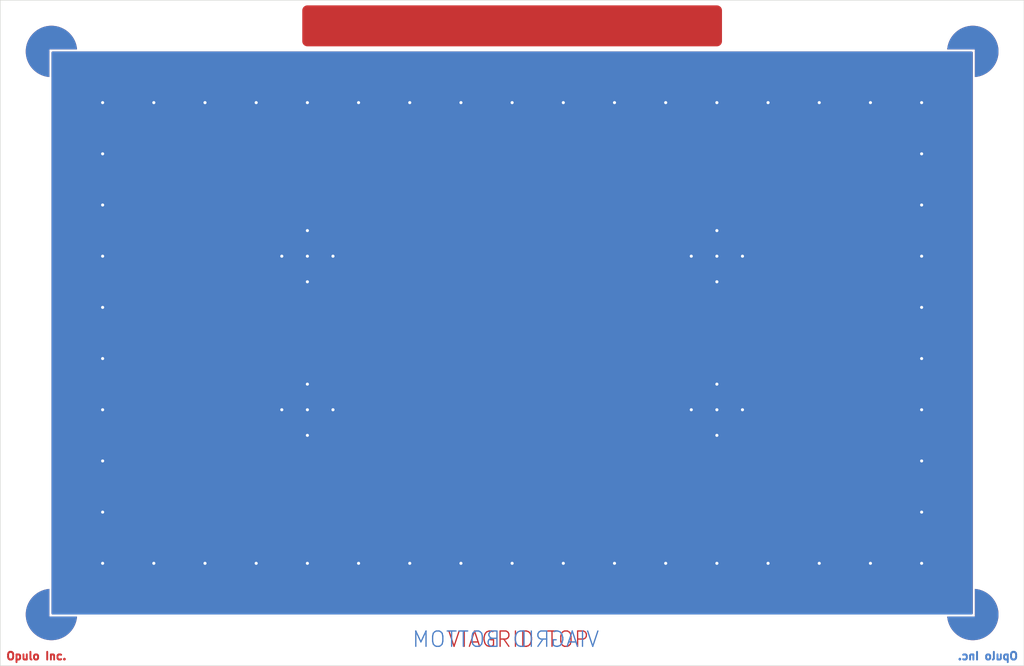
<source format=kicad_pcb>
(kicad_pcb
	(version 20241229)
	(generator "pcbnew")
	(generator_version "9.0")
	(general
		(thickness 1.6)
		(legacy_teardrops no)
	)
	(paper "A4")
	(layers
		(0 "F.Cu" signal)
		(2 "B.Cu" signal)
		(9 "F.Adhes" user "F.Adhesive")
		(11 "B.Adhes" user "B.Adhesive")
		(13 "F.Paste" user)
		(15 "B.Paste" user)
		(5 "F.SilkS" user "F.Silkscreen")
		(7 "B.SilkS" user "B.Silkscreen")
		(1 "F.Mask" user)
		(3 "B.Mask" user)
		(17 "Dwgs.User" user "User.Drawings")
		(19 "Cmts.User" user "User.Comments")
		(21 "Eco1.User" user "User.Eco1")
		(23 "Eco2.User" user "User.Eco2")
		(25 "Edge.Cuts" user)
		(27 "Margin" user)
		(31 "F.CrtYd" user "F.Courtyard")
		(29 "B.CrtYd" user "B.Courtyard")
		(35 "F.Fab" user)
		(33 "B.Fab" user)
		(39 "User.1" user)
		(41 "User.2" user)
		(43 "User.3" user)
		(45 "User.4" user)
	)
	(setup
		(stackup
			(layer "F.SilkS"
				(type "Top Silk Screen")
			)
			(layer "F.Paste"
				(type "Top Solder Paste")
			)
			(layer "F.Mask"
				(type "Top Solder Mask")
				(thickness 0.01)
			)
			(layer "F.Cu"
				(type "copper")
				(thickness 0.035)
			)
			(layer "dielectric 1"
				(type "core")
				(thickness 1.51)
				(material "FR4")
				(epsilon_r 4.5)
				(loss_tangent 0.02)
			)
			(layer "B.Cu"
				(type "copper")
				(thickness 0.035)
			)
			(layer "B.Mask"
				(type "Bottom Solder Mask")
				(thickness 0.01)
			)
			(layer "B.Paste"
				(type "Bottom Solder Paste")
			)
			(layer "B.SilkS"
				(type "Bottom Silk Screen")
			)
			(copper_finish "None")
			(dielectric_constraints no)
		)
		(pad_to_mask_clearance 0)
		(allow_soldermask_bridges_in_footprints no)
		(tenting front back)
		(pcbplotparams
			(layerselection 0x00000000_00000000_55555555_5755f5ff)
			(plot_on_all_layers_selection 0x00000000_00000000_00000000_00000000)
			(disableapertmacros no)
			(usegerberextensions no)
			(usegerberattributes yes)
			(usegerberadvancedattributes yes)
			(creategerberjobfile yes)
			(dashed_line_dash_ratio 12.000000)
			(dashed_line_gap_ratio 3.000000)
			(svgprecision 4)
			(plotframeref no)
			(mode 1)
			(useauxorigin no)
			(hpglpennumber 1)
			(hpglpenspeed 20)
			(hpglpendiameter 15.000000)
			(pdf_front_fp_property_popups yes)
			(pdf_back_fp_property_popups yes)
			(pdf_metadata yes)
			(pdf_single_document no)
			(dxfpolygonmode yes)
			(dxfimperialunits no)
			(dxfusepcbnewfont yes)
			(psnegative no)
			(psa4output no)
			(plot_black_and_white yes)
			(sketchpadsonfab no)
			(plotpadnumbers no)
			(hidednponfab no)
			(sketchdnponfab yes)
			(crossoutdnponfab yes)
			(subtractmaskfromsilk no)
			(outputformat 3)
			(mirror no)
			(drillshape 0)
			(scaleselection 1)
			(outputdirectory "out/lightburn-template-helpers/")
		)
	)
	(net 0 "")
	(net 1 "GND")
	(gr_poly
		(pts
			(xy 4.8 -57.500001) (xy 4.8 -60.2) (xy 7.5 -60.199996)
			(arc
				(start 7.5 -60.2)
				(mid 3.226585 -61.773415)
				(end 4.8 -57.5)
			)
		)
		(stroke
			(width 0)
			(type solid)
		)
		(fill yes)
		(layer "F.Cu")
		(uuid "5355e3dd-6dec-4c48-b42e-8bfce7721f71")
	)
	(gr_poly
		(pts
			(xy 7.5 -4.8) (xy 4.8 -4.8) (xy 4.800004 -7.5)
			(arc
				(start 4.800001 -7.5)
				(mid 3.226585 -3.226585)
				(end 7.5 -4.800001)
			)
		)
		(stroke
			(width 0)
			(type solid)
		)
		(fill yes)
		(layer "F.Cu")
		(uuid "90b7fe76-8101-4c65-b0c0-bc7cf9644b28")
	)
	(gr_poly
		(pts
			(xy 92.5 -60.2) (xy 95.2 -60.2) (xy 95.199996 -57.5)
			(arc
				(start 95.199999 -57.5)
				(mid 96.773415 -61.773415)
				(end 92.5 -60.199999)
			)
		)
		(stroke
			(width 0)
			(type solid)
		)
		(fill yes)
		(layer "F.Cu")
		(uuid "952a7a11-758f-4019-ab09-4f25f9c05269")
	)
	(gr_rect
		(start 30 -64)
		(end 70 -61)
		(stroke
			(width 1)
			(type solid)
		)
		(fill yes)
		(layer "F.Cu")
		(uuid "cc16f0ea-90a5-4a19-8f31-42fc52082d9a")
	)
	(gr_poly
		(pts
			(xy 95.2 -7.5) (xy 95.2 -4.8) (xy 92.5 -4.800004)
			(arc
				(start 92.5 -4.800001)
				(mid 96.773415 -3.226585)
				(end 95.199999 -7.5)
			)
		)
		(stroke
			(width 0)
			(type solid)
		)
		(fill yes)
		(layer "F.Cu")
		(uuid "d7a13153-26ee-4d8c-b931-c9321742dddc")
	)
	(gr_poly
		(pts
			(xy 92.500001 -60.2) (xy 95.2 -60.2) (xy 95.199997 -57.499999)
			(arc
				(start 95.199999 -57.499999)
				(mid 96.773415 -61.773415)
				(end 92.500001 -60.199998)
			)
		)
		(stroke
			(width 0)
			(type solid)
		)
		(fill yes)
		(layer "B.Cu")
		(uuid "4ffdbf15-a628-4f6f-8237-f4c5c1078e20")
	)
	(gr_poly
		(pts
			(xy 95.2 -7.499999) (xy 95.2 -4.8) (xy 92.499999 -4.800003)
			(arc
				(start 92.499999 -4.800001)
				(mid 96.773415 -3.226585)
				(end 95.199998 -7.499999)
			)
		)
		(stroke
			(width 0)
			(type solid)
		)
		(fill yes)
		(layer "B.Cu")
		(uuid "74944009-9d04-40b6-8edc-b99b20887d02")
	)
	(gr_poly
		(pts
			(xy 4.8 -57.500001) (xy 4.8 -60.2) (xy 7.5 -60.199996)
			(arc
				(start 7.5 -60.2)
				(mid 3.226585 -61.773415)
				(end 4.8 -57.5)
			)
		)
		(stroke
			(width 0)
			(type solid)
		)
		(fill yes)
		(layer "B.Cu")
		(uuid "768eeee4-6ec9-4c58-89a1-1071c4102141")
	)
	(gr_poly
		(pts
			(xy 7.5 -4.8) (xy 4.8 -4.8) (xy 4.800004 -7.5)
			(arc
				(start 4.800001 -7.5)
				(mid 3.226585 -3.226585)
				(end 7.5 -4.800001)
			)
		)
		(stroke
			(width 0)
			(type solid)
		)
		(fill yes)
		(layer "B.Cu")
		(uuid "ca1c00da-8d89-4d50-8f67-98cbf682b997")
	)
	(gr_rect
		(start 0 -65)
		(end 100 0)
		(stroke
			(width 0.05)
			(type default)
		)
		(fill no)
		(layer "Edge.Cuts")
		(uuid "5b95af0e-1f3a-402d-b822-c10a6e4a88c8")
	)
	(gr_circle
		(center 30 -40)
		(end 30 -39.85)
		(stroke
			(width 0.1)
			(type solid)
		)
		(fill yes)
		(layer "User.1")
		(uuid "04317cef-467f-443a-af53-453cce07bf76")
	)
	(gr_circle
		(center 40 -55)
		(end 40 -54.85)
		(stroke
			(width 0.1)
			(type solid)
		)
		(fill yes)
		(layer "User.1")
		(uuid "044a5b11-0ca0-4601-925b-927f535e30d0")
	)
	(gr_circle
		(center 50 -10)
		(end 50 -9.85)
		(stroke
			(width 0.1)
			(type solid)
		)
		(fill yes)
		(layer "User.1")
		(uuid "063ab35b-d972-4c54-89c8-4a8e90166371")
	)
	(gr_circle
		(center 25 -10)
		(end 25 -9.85)
		(stroke
			(width 0.1)
			(type solid)
		)
		(fill yes)
		(layer "User.1")
		(uuid "07298827-0108-48e0-9fc8-9bfb65b1e36a")
	)
	(gr_circle
		(center 70 -37.5)
		(end 70 -37.35)
		(stroke
			(width 0.1)
			(type solid)
		)
		(fill yes)
		(layer "User.1")
		(uuid "07bc5975-0115-43b6-9e1f-c59d82b88388")
	)
	(gr_circle
		(center 25 -55)
		(end 25 -54.85)
		(stroke
			(width 0.1)
			(type solid)
		)
		(fill yes)
		(layer "User.1")
		(uuid "07e3c697-0f54-4d03-8f3d-88676d782765")
	)
	(gr_circle
		(center 55 -10)
		(end 55.75 -10)
		(stroke
			(width 0.1)
			(type default)
		)
		(fill no)
		(layer "User.1")
		(uuid "0d8b0f09-e783-43bf-8300-a81d9e93d762")
	)
	(gr_circle
		(center 70 -27.5)
		(end 70.75 -27.5)
		(stroke
			(width 0.1)
			(type default)
		)
		(fill no)
		(layer "User.1")
		(uuid "0ec13f4f-05a4-4b2a-9883-b13f46180961")
	)
	(gr_circle
		(center 85 -55)
		(end 85.75 -55)
		(stroke
			(width 0.1)
			(type default)
		)
		(fill no)
		(layer "User.1")
		(uuid "0fdb5996-e74d-4df1-9dfc-2c265258a1fa")
	)
	(gr_circle
		(center 60 -55)
		(end 60.75 -55)
		(stroke
			(width 0.1)
			(type default)
		)
		(fill no)
		(layer "User.1")
		(uuid "101cd11c-d384-46d9-a34c-9c8ed26df852")
	)
	(gr_circle
		(center 90 -30.000001)
		(end 90.15 -30.000001)
		(stroke
			(width 0.1)
			(type solid)
		)
		(fill yes)
		(layer "User.1")
		(uuid "149690e9-a54a-4397-b6f0-93e503764dd7")
	)
	(gr_circle
		(center 90 -30.000001)
		(end 90 -30.75)
		(stroke
			(width 0.1)
			(type default)
		)
		(fill no)
		(layer "User.1")
		(uuid "15f7dca3-ff63-4ff4-bb6d-5b8ba8467625")
	)
	(gr_circle
		(center 75 -55)
		(end 75.75 -55)
		(stroke
			(width 0.1)
			(type default)
		)
		(fill no)
		(layer "User.1")
		(uuid "168a5654-a320-4b6b-a8c9-f28da9275358")
	)
	(gr_circle
		(center 80 -10)
		(end 80 -9.85)
		(stroke
			(width 0.1)
			(type solid)
		)
		(fill yes)
		(layer "User.1")
		(uuid "17db0c8b-ea21-4196-b3e2-3436be351f98")
	)
	(gr_circle
		(center 70 -55)
		(end 70 -54.85)
		(stroke
			(width 0.1)
			(type solid)
		)
		(fill yes)
		(layer "User.1")
		(uuid "1969a6cb-7106-40cb-9e31-85251aecf500")
	)
	(gr_circle
		(center 72.5 -40)
		(end 72.5 -39.85)
		(stroke
			(width 0.1)
			(type solid)
		)
		(fill yes)
		(layer "User.1")
		(uuid "1dc77d60-f0d1-476b-814b-9d2180d7c8eb")
	)
	(gr_circle
		(center 30 -25)
		(end 30 -24.85)
		(stroke
			(width 0.1)
			(type solid)
		)
		(fill yes)
		(layer "User.1")
		(uuid "1f594d0d-8edf-4f76-b0a7-ccd1b4e38871")
	)
	(gr_circle
		(center 90 -55)
		(end 90 -54.85)
		(stroke
			(width 0.1)
			(type solid)
		)
		(fill yes)
		(layer "User.1")
		(uuid "2442221d-204b-4003-a82b-a00e3fc56c1f")
	)
	(gr_circle
		(center 27.5 -40)
		(end 28.25 -40)
		(stroke
			(width 0.1)
			(type default)
		)
		(fill no)
		(layer "User.1")
		(uuid "24b98655-9dec-4c5b-b985-4c0931f0d083")
	)
	(gr_circle
		(center 30 -22.5)
		(end 30 -22.35)
		(stroke
			(width 0.1)
			(type solid)
		)
		(fill yes)
		(layer "User.1")
		(uuid "254bec29-2092-4b79-80c2-6855a8f5f315")
	)
	(gr_circle
		(center 67.5 -25)
		(end 68.25 -25)
		(stroke
			(width 0.1)
			(type default)
		)
		(fill no)
		(layer "User.1")
		(uuid "26b3eb2c-f024-4d51-8c58-afb58e0f2b94")
	)
	(gr_circle
		(center 32.5 -40)
		(end 33.25 -40)
		(stroke
			(width 0.1)
			(type default)
		)
		(fill no)
		(layer "User.1")
		(uuid "27e3201c-e45c-43af-853d-3b044035836a")
	)
	(gr_circle
		(center 9.999999 -35)
		(end 10.149999 -35)
		(stroke
			(width 0.1)
			(type solid)
		)
		(fill yes)
		(layer "User.1")
		(uuid "28a76126-513c-476f-8034-0fe5cb2de2e8")
	)
	(gr_circle
		(center 90 -45)
		(end 90 -45.75)
		(stroke
			(width 0.1)
			(type default)
		)
		(fill no)
		(layer "User.1")
		(uuid "28f6e74e-f3d5-4390-9486-b0832d3257c3")
	)
	(gr_circle
		(center 90 -40)
		(end 90.15 -40)
		(stroke
			(width 0.1)
			(type solid)
		)
		(fill yes)
		(layer "User.1")
		(uuid "2907df4f-cf29-48aa-b54b-5458bccfd46e")
	)
	(gr_circle
		(center 35 -55)
		(end 35 -54.85)
		(stroke
			(width 0.1)
			(type solid)
		)
		(fill yes)
		(layer "User.1")
		(uuid "2b15212e-92a5-4a44-9d9d-21c69f45f22f")
	)
	(gr_circle
		(center 70 -42.5)
		(end 70.75 -42.5)
		(stroke
			(width 0.1)
			(type default)
		)
		(fill no)
		(layer "User.1")
		(uuid "2e930931-87e8-4b1d-afb3-675f024241b7")
	)
	(gr_circle
		(center 10 -15)
		(end 10.15 -15)
		(stroke
			(width 0.1)
			(type solid)
		)
		(fill yes)
		(layer "User.1")
		(uuid "31eca847-fee9-489b-a360-d3968da0588b")
	)
	(gr_circle
		(center 85 -55)
		(end 85 -54.85)
		(stroke
			(width 0.1)
			(type solid)
		)
		(fill yes)
		(layer "User.1")
		(uuid "34d4b54a-77f7-4891-a80a-1dbf81de3c53")
	)
	(gr_circle
		(center 10 -40)
		(end 10 -40.75)
		(stroke
			(width 0.1)
			(type default)
		)
		(fill no)
		(layer "User.1")
		(uuid "35089b9b-e975-4aa9-a70f-94c635ebeddc")
	)
	(gr_circle
		(center 10 -25)
		(end 10 -25.75)
		(stroke
			(width 0.1)
			(type default)
		)
		(fill no)
		(layer "User.1")
		(uuid "3665a417-c1d3-423b-ad3d-fa0a4761f138")
	)
	(gr_circle
		(center 90 -20)
		(end 90 -20.75)
		(stroke
			(width 0.1)
			(type default)
		)
		(fill no)
		(layer "User.1")
		(uuid "37948f93-f2b1-4760-8149-c3e2ba572976")
	)
	(gr_circle
		(center 70 -37.5)
		(end 70.75 -37.5)
		(stroke
			(width 0.1)
			(type default)
		)
		(fill no)
		(layer "User.1")
		(uuid "3a30b7e6-c7d3-4efe-90d5-4cf6e16fbce4")
	)
	(gr_circle
		(center 55 -10)
		(end 55 -9.85)
		(stroke
			(width 0.1)
			(type solid)
		)
		(fill yes)
		(layer "User.1")
		(uuid "3a766dc6-44cc-4b42-a641-e0b34f5fd72c")
	)
	(gr_circle
		(center 70 -25)
		(end 70 -24.85)
		(stroke
			(width 0.1)
			(type solid)
		)
		(fill yes)
		(layer "User.1")
		(uuid "3da18465-4658-4852-83ed-2c700854de32")
	)
	(gr_circle
		(center 67.5 -40)
		(end 67.5 -39.85)
		(stroke
			(width 0.1)
			(type solid)
		)
		(fill yes)
		(layer "User.1")
		(uuid "3e2e8645-f4aa-461d-ab4d-8d4798a8a589")
	)
	(gr_circle
		(center 30 -42.5)
		(end 30.75 -42.5)
		(stroke
			(width 0.1)
			(type default)
		)
		(fill no)
		(layer "User.1")
		(uuid "3e76221a-e890-4fd1-8fac-73f7dc4d2b12")
	)
	(gr_circle
		(center 30 -37.5)
		(end 30.75 -37.5)
		(stroke
			(width 0.1)
			(type default)
		)
		(fill no)
		(layer "User.1")
		(uuid "405efe00-8823-4d79-bd6d-8b18f47b8639")
	)
	(gr_circle
		(center 80 -10)
		(end 80.75 -10)
		(stroke
			(width 0.1)
			(type default)
		)
		(fill no)
		(layer "User.1")
		(uuid "40bab596-a05c-45fd-b6b6-cefcabeea743")
	)
	(gr_circle
		(center 75 -55)
		(end 75 -54.85)
		(stroke
			(width 0.1)
			(type solid)
		)
		(fill yes)
		(layer "User.1")
		(uuid "4469642f-db39-453c-bc35-65da86013893")
	)
	(gr_circle
		(center 10 -30.000001)
		(end 10 -30.75)
		(stroke
			(width 0.1)
			(type default)
		)
		(fill no)
		(layer "User.1")
		(uuid "44fa8fca-401d-46c4-8f89-d0caffceef7d")
	)
	(gr_circle
		(center 10 -10)
		(end 10.15 -10)
		(stroke
			(width 0.1)
			(type solid)
		)
		(fill yes)
		(layer "User.1")
		(uuid "45e5cddf-75ac-487b-97f6-46decfdeeac0")
	)
	(gr_circle
		(center 32.5 -25)
		(end 33.25 -25)
		(stroke
			(width 0.1)
			(type default)
		)
		(fill no)
		(layer "User.1")
		(uuid "48d82ac4-76a8-4f2f-8b59-94f195a7db79")
	)
	(gr_circle
		(center 60 -10)
		(end 60 -9.85)
		(stroke
			(width 0.1)
			(type solid)
		)
		(fill yes)
		(layer "User.1")
		(uuid "4aa816e5-15bc-4ae5-b0d3-518f1c00055e")
	)
	(gr_circle
		(center 32.5 -40)
		(end 32.5 -39.85)
		(stroke
			(width 0.1)
			(type solid)
		)
		(fill yes)
		(layer "User.1")
		(uuid "51c9d619-01d1-40fb-8b2f-de1aa0dcc372")
	)
	(gr_circle
		(center 40 -10)
		(end 40 -9.85)
		(stroke
			(width 0.1)
			(type solid)
		)
		(fill yes)
		(layer "User.1")
		(uuid "579751db-dfe3-411e-ac1e-a9ed6d954965")
	)
	(gr_circle
		(center 45 -55)
		(end 45 -54.85)
		(stroke
			(width 0.1)
			(type solid)
		)
		(fill yes)
		(layer "User.1")
		(uuid "57ca1b6b-5cdf-47a6-9a0b-6753db5ea9ee")
	)
	(gr_circle
		(center 30 -27.5)
		(end 30.75 -27.5)
		(stroke
			(width 0.1)
			(type default)
		)
		(fill no)
		(layer "User.1")
		(uuid "5a7111eb-c3b9-4319-aee2-b6b94a4d7d8f")
	)
	(gr_circle
		(center 30 -22.5)
		(end 30.75 -22.5)
		(stroke
			(width 0.1)
			(type default)
		)
		(fill no)
		(layer "User.1")
		(uuid "5bd3d456-9481-432c-8262-5fd83b879683")
	)
	(gr_circle
		(center 67.5 -40)
		(end 68.25 -40)
		(stroke
			(width 0.1)
			(type default)
		)
		(fill no)
		(layer "User.1")
		(uuid "5ee70c4f-0bea-48d4-99dc-aa501eebdaa8")
	)
	(gr_circle
		(center 90 -15)
		(end 90 -15.75)
		(stroke
			(width 0.1)
			(type default)
		)
		(fill no)
		(layer "User.1")
		(uuid "5f343f8f-8ca4-4b6b-9e7e-3b196e55ba73")
	)
	(gr_circle
		(center 90 -55)
		(end 90.75 -55)
		(stroke
			(width 0.1)
			(type default)
		)
		(fill no)
		(layer "User.1")
		(uuid "61ceb8f1-de0a-45e0-8783-98aae6d91abf")
	)
	(gr_circle
		(center 90 -20)
		(end 90.15 -20)
		(stroke
			(width 0.1)
			(type solid)
		)
		(fill yes)
		(layer "User.1")
		(uuid "64f910c6-db96-4dc2-bc4b-3f6fc926d85e")
	)
	(gr_circle
		(center 70 -40)
		(end 70 -39.85)
		(stroke
			(width 0.1)
			(type solid)
		)
		(fill yes)
		(layer "User.1")
		(uuid "65c8f84e-6cb5-48bb-8ac0-494b15b4751f")
	)
	(gr_circle
		(center 15 -10)
		(end 15 -9.85)
		(stroke
			(width 0.1)
			(type solid)
		)
		(fill yes)
		(layer "User.1")
		(uuid "674c5b06-6293-4910-a822-c87a79f8236b")
	)
	(gr_circle
		(center 55 -55)
		(end 55 -54.85)
		(stroke
			(width 0.1)
			(type solid)
		)
		(fill yes)
		(layer "User.1")
		(uuid "69e2fb85-53e8-4f97-83f5-a634402d2b50")
	)
	(gr_circle
		(center 70 -25)
		(end 70.75 -25)
		(stroke
			(width 0.1)
			(type default)
		)
		(fill no)
		(layer "User.1")
		(uuid "6aa71d9e-a8ef-445a-8d27-2bafa6dff2df")
	)
	(gr_circle
		(center 90 -40)
		(end 90 -40.75)
		(stroke
			(width 0.1)
			(type default)
		)
		(fill no)
		(layer "User.1")
		(uuid "6c0a2c15-b6b4-4241-8e72-2ca57701b0a8")
	)
	(gr_circle
		(center 60 -10)
		(end 60.75 -10)
		(stroke
			(width 0.1)
			(type default)
		)
		(fill no)
		(layer "User.1")
		(uuid "6c0db5c2-9c0f-486c-8216-ba4172bbe1d3")
	)
	(gr_circle
		(center 30 -10)
		(end 30.75 -10)
		(stroke
			(width 0.1)
			(type default)
		)
		(fill no)
		(layer "User.1")
		(uuid "6caea55c-9921-4f63-a723-33e8d1c04a9d")
	)
	(gr_circle
		(center 70 -10)
		(end 70.75 -10)
		(stroke
			(width 0.1)
			(type default)
		)
		(fill no)
		(layer "User.1")
		(uuid "6e1aa1e5-bbfc-4261-92cc-12d890d6bd4f")
	)
	(gr_circle
		(center 90 -15)
		(end 90.15 -15)
		(stroke
			(width 0.1)
			(type solid)
		)
		(fill yes)
		(layer "User.1")
		(uuid "730dc6c2-1a5c-46b4-99c9-a7a825f721c3")
	)
	(gr_circle
		(center 70 -22.5)
		(end 70 -22.35)
		(stroke
			(width 0.1)
			(type solid)
		)
		(fill yes)
		(layer "User.1")
		(uuid "739128d1-69a5-430b-bd0c-e279265c59b7")
	)
	(gr_circle
		(center 25 -55)
		(end 25.75 -55)
		(stroke
			(width 0.1)
			(type default)
		)
		(fill no)
		(layer "User.1")
		(uuid "78350820-06c4-43bb-bd5e-7f8a516bca9b")
	)
	(gr_circle
		(center 30 -10)
		(end 30 -9.85)
		(stroke
			(width 0.1)
			(type solid)
		)
		(fill yes)
		(layer "User.1")
		(uuid "7991230e-9a9c-4926-9034-632ede31a797")
	)
	(gr_circle
		(center 45 -10)
		(end 45.75 -10)
		(stroke
			(width 0.1)
			(type default)
		)
		(fill no)
		(layer "User.1")
		(uuid "7b3b4dbe-4002-4552-b5db-b10335c0330d")
	)
	(gr_circle
		(center 15 -55)
		(end 15.75 -55)
		(stroke
			(width 0.1)
			(type default)
		)
		(fill no)
		(layer "User.1")
		(uuid "7c4404ac-9300-4ab4-b3df-a5b5c2cb99dc")
	)
	(gr_circle
		(center 65 -10)
		(end 65 -9.85)
		(stroke
			(width 0.1)
			(type solid)
		)
		(fill yes)
		(layer "User.1")
		(uuid "7ee06f96-d39c-4c8f-b2bc-b2da7aee3a5c")
	)
	(gr_circle
		(center 15 -55)
		(end 15 -54.85)
		(stroke
			(width 0.1)
			(type solid)
		)
		(fill yes)
		(layer "User.1")
		(uuid "809841de-040b-4bd7-8f53-f28cff499e8a")
	)
	(gr_circle
		(center 45 -10)
		(end 45 -9.85)
		(stroke
			(width 0.1)
			(type solid)
		)
		(fill yes)
		(layer "User.1")
		(uuid "81d4149b-ae2b-48f2-b2ab-26eaa6f37096")
	)
	(gr_circle
		(center 10 -25)
		(end 10.15 -25)
		(stroke
			(width 0.1)
			(type solid)
		)
		(fill yes)
		(layer "User.1")
		(uuid "83800912-8173-4983-8445-588f0ca63e55")
	)
	(gr_circle
		(center 10 -55)
		(end 10.75 -55)
		(stroke
			(width 0.1)
			(type default)
		)
		(fill no)
		(layer "User.1")
		(uuid "8609ceab-171d-4e56-8ce0-f05ce75ad41c")
	)
	(gr_circle
		(center 72.5 -25)
		(end 72.5 -24.85)
		(stroke
			(width 0.1)
			(type solid)
		)
		(fill yes)
		(layer "User.1")
		(uuid "87aec8bc-d63c-42b8-b916-70613f3a56aa")
	)
	(gr_circle
		(center 20 -10)
		(end 20 -9.85)
		(stroke
			(width 0.1)
			(type solid)
		)
		(fill yes)
		(layer "User.1")
		(uuid "884e6dac-89e9-407a-957b-21217b717244")
	)
	(gr_circle
		(center 85 -10)
		(end 85 -9.85)
		(stroke
			(width 0.1)
			(type solid)
		)
		(fill yes)
		(layer "User.1")
		(uuid "89f62124-4344-4ec0-9ad6-3899b639a8b2")
	)
	(gr_circle
		(center 30 -27.5)
		(end 30 -27.35)
		(stroke
			(width 0.1)
			(type solid)
		)
		(fill yes)
		(layer "User.1")
		(uuid "8bdc28de-a1d0-4da0-818c-b4e9953263d6")
	)
	(gr_circle
		(center 70 -55)
		(end 70.75 -55)
		(stroke
			(width 0.1)
			(type default)
		)
		(fill no)
		(layer "User.1")
		(uuid "8c38a7b1-94cd-4ee0-b73e-17e5076018f0")
	)
	(gr_circle
		(center 89.999999 -35)
		(end 90 -35.750001)
		(stroke
			(width 0.1)
			(type default)
		)
		(fill no)
		(layer "User.1")
		(uuid "8c6552af-b126-4aff-bb24-20f40af091eb")
	)
	(gr_circle
		(center 80 -55)
		(end 80 -54.85)
		(stroke
			(width 0.1)
			(type solid)
		)
		(fill yes)
		(layer "User.1")
		(uuid "8d68fa15-d739-4abc-95f1-67f76c621801")
	)
	(gr_circle
		(center 40 -55)
		(end 40.75 -55)
		(stroke
			(width 0.1)
			(type default)
		)
		(fill no)
		(layer "User.1")
		(uuid "8ee91e0d-2a2a-44b1-9c0f-c02db710d560")
	)
	(gr_circle
		(center 30 -25)
		(end 30.75 -25)
		(stroke
			(width 0.1)
			(type default)
		)
		(fill no)
		(layer "User.1")
		(uuid "9327886e-e987-455c-8cc7-ffbcfe8308a0")
	)
	(gr_circle
		(center 35 -10)
		(end 35 -9.85)
		(stroke
			(width 0.1)
			(type solid)
		)
		(fill yes)
		(layer "User.1")
		(uuid "9338bb8b-6a52-453a-9d8e-2685904786be")
	)
	(gr_circle
		(center 10 -50)
		(end 10 -50.75)
		(stroke
			(width 0.1)
			(type default)
		)
		(fill no)
		(layer "User.1")
		(uuid "9378d7db-d3e0-4fca-a40f-02563ee756fd")
	)
	(gr_circle
		(center 70 -27.5)
		(end 70 -27.35)
		(stroke
			(width 0.1)
			(type solid)
		)
		(fill yes)
		(layer "User.1")
		(uuid "96d8b04e-53d2-452b-acc6-0133e5eed737")
	)
	(gr_circle
		(center 25 -10)
		(end 25.75 -10)
		(stroke
			(width 0.1)
			(type default)
		)
		(fill no)
		(layer "User.1")
		(uuid "992fdb9c-40e5-4db7-ba2d-1f2b0f6fa728")
	)
	(gr_circle
		(center 89.999999 -35)
		(end 90.149999 -35)
		(stroke
			(width 0.1)
			(type solid)
		)
		(fill yes)
		(layer "User.1")
		(uuid "9a363edb-48ab-4006-ae49-f996b6c43fa3")
	)
	(gr_circle
		(center 72.5 -40)
		(end 73.25 -40)
		(stroke
			(width 0.1)
			(type default)
		)
		(fill no)
		(layer "User.1")
		(uuid "9b34bc48-238b-4e15-b75c-b3d5d5d53a9c")
	)
	(gr_circle
		(center 90 -50)
		(end 90 -50.75)
		(stroke
			(width 0.1)
			(type default)
		)
		(fill no)
		(layer "User.1")
		(uuid "9f1057d7-fce6-4bf6-ba3d-7ef868ea6eb2")
	)
	(gr_circle
		(center 50 -55)
		(end 50 -54.85)
		(stroke
			(width 0.1)
			(type solid)
		)
		(fill yes)
		(layer "User.1")
		(uuid "a03c1c17-d84e-48e3-85d3-6479f02c04cd")
	)
	(gr_circle
		(center 90 -25)
		(end 90 -25.75)
		(stroke
			(width 0.1)
			(type default)
		)
		(fill no)
		(layer "User.1")
		(uuid "a193cda7-2432-4ebd-8a22-cb8c96618bf0")
	)
	(gr_circle
		(center 10 -15)
		(end 10 -15.75)
		(stroke
			(width 0.1)
			(type default)
		)
		(fill no)
		(layer "User.1")
		(uuid "a2fcef1e-d17b-4eb3-8392-7f8a1caf27ba")
	)
	(gr_circle
		(center 20 -55)
		(end 20 -54.85)
		(stroke
			(width 0.1)
			(type solid)
		)
		(fill yes)
		(layer "User.1")
		(uuid "a3761b90-3a9f-4e95-a072-c38011d1f1f7")
	)
	(gr_circle
		(center 65 -10)
		(end 65.75 -10)
		(stroke
			(width 0.1)
			(type default)
		)
		(fill no)
		(layer "User.1")
		(uuid "a7869321-98c4-418d-b495-23857c31ee8a")
	)
	(gr_rect
		(start 5 -60)
		(end 95 -5)
		(stroke
			(width 0.1)
			(type default)
		)
		(fill no)
		(layer "User.1")
		(uuid "a8c6c00a-23b3-49fa-a4d9-85a58f440cf8")
	)
	(gr_circle
		(center 32.5 -25)
		(end 32.5 -24.85)
		(stroke
			(width 0.1)
			(type solid)
		)
		(fill yes)
		(layer "User.1")
		(uuid "aa7d89cd-1a55-47bf-8c28-b8ce44d90cae")
	)
	(gr_circle
		(center 75 -10)
		(end 75.75 -10)
		(stroke
			(width 0.1)
			(type default)
		)
		(fill no)
		(layer "User.1")
		(uuid "abeff351-78b3-4dc7-869e-740113b0dcb1")
	)
	(gr_circle
		(center 90 -25)
		(end 90.15 -25)
		(stroke
			(width 0.1)
			(type solid)
		)
		(fill yes)
		(layer "User.1")
		(uuid "b2ce7474-387b-4857-808a-a96a72a279ad")
	)
	(gr_circle
		(center 30 -55)
		(end 30.75 -55)
		(stroke
			(width 0.1)
			(type default)
		)
		(fill no)
		(layer "User.1")
		(uuid "b535741c-202b-4d01-bedb-9a4eb021648f")
	)
	(gr_circle
		(center 70 -40)
		(end 70.75 -40)
		(stroke
			(width 0.1)
			(type default)
		)
		(fill no)
		(layer "User.1")
		(uuid "b6a3073d-eaad-4562-9584-a4891866b96c")
	)
	(gr_circle
		(center 50 -10)
		(end 50.75 -10)
		(stroke
			(width 0.1)
			(type default)
		)
		(fill no)
		(layer "User.1")
		(uuid "bc8a3e36-b48d-4abd-b6f9-7b2de46e9d95")
	)
	(gr_circle
		(center 9.999999 -35)
		(end 10 -35.750001)
		(stroke
			(width 0.1)
			(type default)
		)
		(fill no)
		(layer "User.1")
		(uuid "bdb9200d-cf41-4723-bc2c-11c2067a117d")
	)
	(gr_circle
		(center 10 -10)
		(end 10 -10.75)
		(stroke
			(width 0.1)
			(type default)
		)
		(fill no)
		(layer "User.1")
		(uuid "be8ae4db-d02f-4868-a825-5bcda6e9cc68")
	)
	(gr_circle
		(center 55 -55)
		(end 55.75 -55)
		(stroke
			(width 0.1)
			(type default)
		)
		(fill no)
		(layer "User.1")
		(uuid "c0efa6ec-f046-4bfc-b657-218e90cf7577")
	)
	(gr_circle
		(center 50 -55)
		(end 50.75 -55)
		(stroke
			(width 0.1)
			(type default)
		)
		(fill no)
		(layer "User.1")
		(uuid "c11f09a0-290f-43c0-a074-94baafc5dd46")
	)
	(gr_circle
		(center 45 -55)
		(end 45.75 -55)
		(stroke
			(width 0.1)
			(type default)
		)
		(fill no)
		(layer "User.1")
		(uuid "c3cccbbc-fadd-44b2-a5e9-b64450e86c54")
	)
	(gr_circle
		(center 10 -55)
		(end 10 -54.85)
		(stroke
			(width 0.1)
			(type solid)
		)
		(fill yes)
		(layer "User.1")
		(uuid "c42291c0-6849-439a-bf64-51c0554b2f35")
	)
	(gr_circle
		(center 10 -50)
		(end 10.15 -50)
		(stroke
			(width 0.1)
			(type solid)
		)
		(fill yes)
		(layer "User.1")
		(uuid "c5064c04-cbe0-4bce-ac54-cad7305af2a6")
	)
	(gr_circle
		(center 10 -40)
		(end 10.15 -40)
		(stroke
			(width 0.1)
			(type solid)
		)
		(fill yes)
		(layer "User.1")
		(uuid "c644703c-f565-4105-9e96-68bf0cb1e333")
	)
	(gr_circle
		(center 67.5 -25)
		(end 67.5 -24.85)
		(stroke
			(width 0.1)
			(type solid)
		)
		(fill yes)
		(layer "User.1")
		(uuid "cb9c6893-5202-4fa6-a399-70268f5ca9d7")
	)
	(gr_circle
		(center 70 -10)
		(end 70 -9.85)
		(stroke
			(width 0.1)
			(type solid)
		)
		(fill yes)
		(layer "User.1")
		(uuid "cbcdf8d9-6614-4a91-8b77-aad965afcb39")
	)
	(gr_circle
		(center 65 -55)
		(end 65.75 -55)
		(stroke
			(width 0.1)
			(type default)
		)
		(fill no)
		(layer "User.1")
		(uuid "ccd1bd82-ef83-461b-8f9d-a47b90a69253")
	)
	(gr_circle
		(center 70 -42.5)
		(end 70 -42.35)
		(stroke
			(width 0.1)
			(type solid)
		)
		(fill yes)
		(layer "User.1")
		(uuid "cec8c6e6-ccbd-4b72-b65e-2bd786d2d6d2")
	)
	(gr_circle
		(center 90 -10)
		(end 90 -10.75)
		(stroke
			(width 0.1)
			(type default)
		)
		(fill no)
		(layer "User.1")
		(uuid "ced099fd-d510-46cf-955c-c33c300af847")
	)
	(gr_circle
		(center 70 -22.5)
		(end 70.75 -22.5)
		(stroke
			(width 0.1)
			(type default)
		)
		(fill no)
		(layer "User.1")
		(uuid "d0b5891d-32f3-40e2-a9a6-18a1f986e978")
	)
	(gr_circle
		(center 27.5 -40)
		(end 27.5 -39.85)
		(stroke
			(width 0.1)
			(type solid)
		)
		(fill yes)
		(layer "User.1")
		(uuid "d3621d9d-4d0f-4424-a8ad-369bebf1d642")
	)
	(gr_circle
		(center 27.5 -25)
		(end 27.5 -24.85)
		(stroke
			(width 0.1)
			(type solid)
		)
		(fill yes)
		(layer "User.1")
		(uuid "d5b3fa5c-ba7b-4843-a7ab-6ea4312d7925")
	)
	(gr_circle
		(center 27.5 -25)
		(end 28.25 -25)
		(stroke
			(width 0.1)
			(type default)
		)
		(fill no)
		(layer "User.1")
		(uuid "d725fb66-45ab-4253-82b3-fb2696eec5d5")
	)
	(gr_circle
		(center 60 -55)
		(end 60 -54.85)
		(stroke
			(width 0.1)
			(type solid)
		)
		(fill yes)
		(layer "User.1")
		(uuid "d9f99a89-39e6-4cd3-8b1b-d3f658f584ac")
	)
	(gr_circle
		(center 90 -45)
		(end 90.15 -45)
		(stroke
			(width 0.1)
			(type solid)
		)
		(fill yes)
		(layer "User.1")
		(uuid "daac2584-acab-4936-9337-71bce7764dc1")
	)
	(gr_circle
		(center 30 -37.5)
		(end 30 -37.35)
		(stroke
			(width 0.1)
			(type solid)
		)
		(fill yes)
		(layer "User.1")
		(uuid "dad5d948-688e-47a2-b752-4268a283b0cf")
	)
	(gr_circle
		(center 20 -55)
		(end 20.75 -55)
		(stroke
			(width 0.1)
			(type default)
		)
		(fill no)
		(layer "User.1")
		(uuid "dd6bf3a8-f5d4-4846-8012-a35b7d8ed910")
	)
	(gr_circle
		(center 35 -55)
		(end 35.75 -55)
		(stroke
			(width 0.1)
			(type default)
		)
		(fill no)
		(layer "User.1")
		(uuid "e1fb1afb-36aa-478c-8feb-d03f89529b25")
	)
	(gr_circle
		(center 72.5 -25)
		(end 73.25 -25)
		(stroke
			(width 0.1)
			(type default)
		)
		(fill no)
		(layer "User.1")
		(uuid "e286797e-4572-4638-928c-efbf956c58e6")
	)
	(gr_circle
		(center 10 -45)
		(end 10.15 -45)
		(stroke
			(width 0.1)
			(type solid)
		)
		(fill yes)
		(layer "User.1")
		(uuid "e2f75a08-e913-4fd9-8fd8-e39605f7b36f")
	)
	(gr_circle
		(center 10 -45)
		(end 10 -45.75)
		(stroke
			(width 0.1)
			(type default)
		)
		(fill no)
		(layer "User.1")
		(uuid "e3035b38-4a50-4506-b55d-25ac6391e9cc")
	)
	(gr_circle
		(center 80 -55)
		(end 80.75 -55)
		(stroke
			(width 0.1)
			(type default)
		)
		(fill no)
		(layer "User.1")
		(uuid "e541c04f-204f-4647-9e78-23583b520a18")
	)
	(gr_circle
		(center 65 -55)
		(end 65 -54.85)
		(stroke
			(width 0.1)
			(type solid)
		)
		(fill yes)
		(layer "User.1")
		(uuid "e5e13ca0-2405-48de-8662-b3ac2d8f6b6e")
	)
	(gr_circle
		(center 30 -40)
		(end 30.75 -40)
		(stroke
			(width 0.1)
			(type default)
		)
		(fill no)
		(layer "User.1")
		(uuid "e7e9e5c9-0b4a-4d10-ba6e-99e54805e774")
	)
	(gr_circle
		(center 40 -10)
		(end 40.75 -10)
		(stroke
			(width 0.1)
			(type default)
		)
		(fill no)
		(layer "User.1")
		(uuid "ec14ae88-428c-47ea-b37d-17945b30ea9a")
	)
	(gr_circle
		(center 35 -10)
		(end 35.75 -10)
		(stroke
			(width 0.1)
			(type default)
		)
		(fill no)
		(layer "User.1")
		(uuid "ed726fed-0e3c-48d9-86e8-e264b918a37a")
	)
	(gr_circle
		(center 10 -20)
		(end 10.15 -20)
		(stroke
			(width 0.1)
			(type solid)
		)
		(fill yes)
		(layer "User.1")
		(uuid "efe56147-9854-4572-abb5-509611732e8c")
	)
	(gr_circle
		(center 10 -20)
		(end 10 -20.75)
		(stroke
			(width 0.1)
			(type default)
		)
		(fill no)
		(layer "User.1")
		(uuid "f0403b05-7274-4a48-84f6-efd28752042c")
	)
	(gr_circle
		(center 20 -10)
		(end 20.75 -10)
		(stroke
			(width 0.1)
			(type default)
		)
		(fill no)
		(layer "User.1")
		(uuid "f04b735a-2d44-4195-94a8-b30b4e507cc0")
	)
	(gr_circle
		(center 90 -10)
		(end 90.15 -10)
		(stroke
			(width 0.1)
			(type solid)
		)
		(fill yes)
		(layer "User.1")
		(uuid "f3008fec-c010-41df-8ce5-88df4fbadf3b")
	)
	(gr_circle
		(center 30 -55)
		(end 30 -54.85)
		(stroke
			(width 0.1)
			(type solid)
		)
		(fill yes)
		(layer "User.1")
		(uuid "f4230daf-e064-435a-b684-fd6a5e6d9928")
	)
	(gr_circle
		(center 10 -30.000001)
		(end 10.15 -30.000001)
		(stroke
			(width 0.1)
			(type solid)
		)
		(fill yes)
		(layer "User.1")
		(uuid "f783e6e2-a345-41eb-945a-f0579699b1a1")
	)
	(gr_circle
		(center 85 -10)
		(end 85.75 -10)
		(stroke
			(width 0.1)
			(type default)
		)
		(fill no)
		(layer "User.1")
		(uuid "f88270e0-c29a-413f-a7d1-e7db328bbdcd")
	)
	(gr_circle
		(center 15 -10)
		(end 15.75 -10)
		(stroke
			(width 0.1)
			(type default)
		)
		(fill no)
		(layer "User.1")
		(uuid "faf81505-5ab7-4f28-81c5-99298bd3aab6")
	)
	(gr_circle
		(center 90 -50)
		(end 90.15 -50)
		(stroke
			(width 0.1)
			(type solid)
		)
		(fill yes)
		(layer "User.1")
		(uuid "fb7c8519-67b0-42b2-8067-16a82dee6b16")
	)
	(gr_circle
		(center 75 -10)
		(end 75 -9.85)
		(stroke
			(width 0.1)
			(type solid)
		)
		(fill yes)
		(layer "User.1")
		(uuid "fce8d462-30a6-4f22-92a1-43673bcc5cb9")
	)
	(gr_circle
		(center 30 -42.5)
		(end 30 -42.35)
		(stroke
			(width 0.1)
			(type solid)
		)
		(fill yes)
		(layer "User.1")
		(uuid "ffe5e239-c8d0-4f02-b4e9-0e1ef1c95dce")
	)
	(gr_text "VIAGRID TOP"
		(at 43.6 -1.7 0)
		(layer "F.Cu")
		(uuid "0f333d01-69b4-4998-a090-fa42fa4cab6f")
		(effects
			(font
				(size 1.5 1.5)
				(thickness 0.125)
				(bold yes)
			)
			(justify left bottom)
		)
		(render_cache "VIAGRID TOP" 0
			(polygon
				(pts
					(xy 44.24535 -1.955) (xy 44.848386 -3.430898) (xy 45.041643 -3.430898) (xy 44.430181 -1.955)
				)
			)
			(polygon
				(pts
					(xy 44.228864 -1.955) (xy 43.617402 -3.430898) (xy 43.810751 -3.430898) (xy 44.411588 -1.955)
				)
			)
			(polygon
				(pts
					(xy 45.250471 -1.955) (xy 45.250471 -3.430898) (xy 45.434843 -3.430898) (xy 45.434843 -1.955)
				)
			)
			(polygon
				(pts
					(xy 46.838476 -1.955) (xy 46.246157 -3.430898) (xy 46.430896 -3.430898) (xy 47.031825 -1.955)
				)
			)
			(polygon
				(pts
					(xy 45.641198 -1.955) (xy 46.242127 -3.430898) (xy 46.429064 -3.430898) (xy 45.836653 -1.955)
				)
			)
			(polygon
				(pts
					(xy 45.926229 -2.37293) (xy 45.926229 -2.538343) (xy 46.748992 -2.538343) (xy 46.748992 -2.37293)
				)
			)
			(polygon
				(pts
					(xy 47.85642 -1.929812) (xy 47.744078 -1.936279) (xy 47.641022 -1.955085) (xy 47.54604 -1.985649)
					(xy 47.45809 -2.027814) (xy 47.350846 -2.101674) (xy 47.261017 -2.191193) (xy 47.187164 -2.297733)
					(xy 47.144902 -2.385203) (xy 47.114349 -2.479189) (xy 47.095596 -2.580685) (xy 47.089161 -2.690842)
					(xy 47.09564 -2.803214) (xy 47.114465 -2.906079) (xy 47.14503 -3.000676) (xy 47.187164 -3.088073)
					(xy 47.261017 -3.194613) (xy 47.350846 -3.284132) (xy 47.45809 -3.357991) (xy 47.546045 -3.400198)
					(xy 47.641027 -3.43079) (xy 47.744082 -3.449613) (xy 47.85642 -3.456086) (xy 47.972866 -3.446337)
					(xy 48.086222 -3.417068) (xy 48.193682 -3.370725) (xy 48.290836 -3.310547) (xy 48.375762 -3.236978)
					(xy 48.442236 -3.15411) (xy 48.296606 -3.054184) (xy 48.246938 -3.118877) (xy 48.182301 -3.176733)
					(xy 48.107991 -3.223903) (xy 48.026687 -3.259165) (xy 47.941411 -3.281222) (xy 47.85642 -3.288474)
					(xy 47.745653 -3.279661) (xy 47.646013 -3.25409) (xy 47.555543 -3.21227) (xy 47.473982 -3.155004)
					(xy 47.405381 -3.085406) (xy 47.34873 -3.002343) (xy 47.307696 -2.910481) (xy 47.282345 -2.807391)
					(xy 47.273534 -2.690842) (xy 47.282103 -2.578465) (xy 47.306981 -2.476988) (xy 47.347631 -2.384562)
					(xy 47.403767 -2.300895) (xy 47.472346 -2.230593) (xy 47.554444 -2.172528) (xy 47.645678 -2.130048)
					(xy 47.745695 -2.104137) (xy 47.85642 -2.095225) (xy 47.949666 -2.102152) (xy 48.033024 -2.122162)
					(xy 48.108112 -2.154668) (xy 48.176263 -2.19972) (xy 48.233301 -2.254417) (xy 48.280211 -2.319532)
					(xy 48.314458 -2.392154) (xy 48.335543 -2.473517) (xy 48.34286 -2.565454) (xy 48.518806 -2.57846)
					(xy 48.508853 -2.449265) (xy 48.48034 -2.336268) (xy 48.434359 -2.236734) (xy 48.370869 -2.147439)
					(xy 48.293267 -2.072545) (xy 48.200161 -2.010962) (xy 48.097521 -1.966576) (xy 47.983672 -1.939263)
				)
			)
			(polygon
				(pts
					(xy 47.981625 -2.551441) (xy 47.981625 -2.710534) (xy 48.518806 -2.710534) (xy 48.518806 -2.566553)
					(xy 48.432161 -2.551441)
				)
			)
			(polygon
				(pts
					(xy 49.359748 -3.424223) (xy 49.444039 -3.404958) (xy 49.519897 -3.373745) (xy 49.589095 -3.330276)
					(xy 49.646467 -3.277637) (xy 49.693187 -3.215201) (xy 49.727479 -3.145228) (xy 49.748371 -3.068274)
					(xy 49.75556 -2.982743) (xy 49.74781 -2.897374) (xy 49.72521 -2.820395) (xy 49.687875 -2.750102)
					(xy 49.637858 -2.687728) (xy 49.577025 -2.634705) (xy 49.504143 -2.59055) (xy 49.455508 -2.571029)
					(xy 49.81656 -1.955) (xy 49.61451 -1.955) (xy 49.275066 -2.534777) (xy 49.242376 -2.532481) (xy 48.96806 -2.532481)
					(xy 48.96806 -1.955) (xy 48.783688 -1.955) (xy 48.783688 -2.702199) (xy 48.96806 -2.702199) (xy 49.290644 -2.702199)
					(xy 49.366233 -2.711492) (xy 49.431969 -2.738561) (xy 49.488183 -2.781519) (xy 49.532719 -2.838304)
					(xy 49.561356 -2.905305) (xy 49.571188 -2.982743) (xy 49.561236 -3.062069) (xy 49.532622 -3.128586)
					(xy 49.484909 -3.185342) (xy 49.423382 -3.227818) (xy 49.349908 -3.254029) (xy 49.261243 -3.263286)
					(xy 48.96806 -3.263286) (xy 48.96806 -2.702199) (xy 48.783688 -2.702199) (xy 48.783688 -3.430898)
					(xy 49.265457 -3.430898)
				)
			)
			(polygon
				(pts
					(xy 50.098203 -1.955) (xy 50.098203 -3.430898) (xy 50.282575 -3.430898) (xy 50.282575 -1.955)
				)
			)
			(polygon
				(pts
					(xy 51.253632 -3.419986) (xy 51.375411 -3.388437) (xy 51.484983 -3.337017) (xy 51.583402 -3.266474)
					(xy 51.666344 -3.18017) (xy 51.734935 -3.076532) (xy 51.784501 -2.962306) (xy 51.815034 -2.835279)
					(xy 51.82561 -2.692949) (xy 51.815067 -2.55197) (xy 51.784565 -2.425583) (xy 51.734935 -2.31138)
					(xy 51.666392 -2.207729) (xy 51.583449 -2.121072) (xy 51.484983 -2.049888) (xy 51.375352 -1.997895)
					(xy 51.253579 -1.96602) (xy 51.117062 -1.955) (xy 50.6668 -1.955) (xy 50.6668 -2.124626) (xy 50.851173 -2.124626)
					(xy 51.117062 -2.124626) (xy 51.224401 -2.135501) (xy 51.321676 -2.167399) (xy 51.409776 -2.219054)
					(xy 51.487639 -2.289582) (xy 51.551646 -2.374595) (xy 51.600479 -2.472397) (xy 51.630921 -2.578602)
					(xy 51.641237 -2.692949) (xy 51.630919 -2.807283) (xy 51.600479 -2.913408) (xy 51.551636 -3.011272)
					(xy 51.487639 -3.096224) (xy 51.409776 -3.166752) (xy 51.321676 -3.218407) (xy 51.224401 -3.250305)
					(xy 51.117062 -3.26118) (xy 50.851173 -3.26118) (xy 50.851173 -2.124626) (xy 50.6668 -2.124626)
					(xy 50.6668 -3.430898) (xy 51.117062 -3.430898)
				)
			)
			(polygon
				(pts
					(xy 52.923695 -1.955) (xy 52.923695 -3.263286) (xy 52.45539 -3.263286) (xy 52.45539 -3.430898)
					(xy 53.574267 -3.430898) (xy 53.574267 -3.263286) (xy 53.105962 -3.263286) (xy 53.105962 -1.955)
				)
			)
			(polygon
				(pts
					(xy 54.51511 -3.449642) (xy 54.612368 -3.43088) (xy 54.702179 -3.400313) (xy 54.785559 -3.357991)
					(xy 54.886417 -3.284434) (xy 54.970702 -3.194994) (xy 55.039632 -3.088073) (xy 55.089162 -2.970431)
					(xy 55.119717 -2.83956) (xy 55.130307 -2.692949) (xy 55.119734 -2.546268) (xy 55.089192 -2.414981)
					(xy 55.039632 -2.296634) (xy 54.970723 -2.188995) (xy 54.887096 -2.099638) (xy 54.787665 -2.026807)
					(xy 54.705363 -1.984977) (xy 54.616613 -1.954751) (xy 54.5204 -1.936189) (xy 54.415531 -1.929812)
					(xy 54.309613 -1.936176) (xy 54.212141 -1.954722) (xy 54.121961 -1.98495) (xy 54.038084 -2.026807)
					(xy 53.936549 -2.099756) (xy 53.851181 -2.18914) (xy 53.780805 -2.296634) (xy 53.730106 -2.415093)
					(xy 53.698907 -2.546368) (xy 53.688114 -2.692949) (xy 53.872487 -2.692949) (xy 53.880573 -2.577493)
					(xy 53.903828 -2.475035) (xy 53.941364 -2.383554) (xy 53.99388 -2.300112) (xy 54.057669 -2.230554)
					(xy 54.133522 -2.173536) (xy 54.218488 -2.131623) (xy 54.311845 -2.106107) (xy 54.415531 -2.097332)
					(xy 54.517689 -2.106143) (xy 54.608866 -2.131681) (xy 54.691128 -2.173536) (xy 54.764282 -2.230266)
					(xy 54.826387 -2.299759) (xy 54.878066 -2.383463) (xy 54.915089 -2.474952) (xy 54.938043 -2.577446)
					(xy 54.946026 -2.692949) (xy 54.937971 -2.806984) (xy 54.914702 -2.909161) (xy 54.876967 -3.001336)
					(xy 54.82457 -3.085696) (xy 54.761791 -3.15551) (xy 54.688014 -3.21227) (xy 54.605082 -3.254079)
					(xy 54.512852 -3.279641) (xy 54.409211 -3.288474) (xy 54.306961 -3.2797) (xy 54.215015 -3.254191)
					(xy 54.131415 -3.21227) (xy 54.056954 -3.155439) (xy 53.993826 -3.085617) (xy 53.941364 -3.001336)
					(xy 53.903731 -2.909171) (xy 53.880522 -2.806993) (xy 53.872487 -2.692949) (xy 53.688114 -2.692949)
					(xy 53.698848 -2.840925) (xy 53.729765 -2.972458) (xy 53.779797 -3.090179) (xy 53.849349 -3.197144)
					(xy 53.933665 -3.286195) (xy 54.033871 -3.358999) (xy 54.116694 -3.400835) (xy 54.20614 -3.431094)
					(xy 54.303243 -3.449692) (xy 54.409211 -3.456086)
				)
			)
			(polygon
				(pts
					(xy 55.992308 -3.424002) (xy 56.076587 -3.40408) (xy 56.152555 -3.37173) (xy 56.221527 -3.326783)
					(xy 56.278935 -3.272086) (xy 56.325846 -3.206866) (xy 56.359982 -3.1341) (xy 56.380956 -3.052986)
					(xy 56.388219 -2.961769) (xy 56.3816 -2.873102) (xy 56.362419 -2.793296) (xy 56.331158 -2.720884)
					(xy 56.288038 -2.654988) (xy 56.236107 -2.600003) (xy 56.17472 -2.554921) (xy 56.106209 -2.521903)
					(xy 56.029954 -2.501658) (xy 55.944277 -2.494654) (xy 55.600719 -2.494654) (xy 55.600719 -1.955)
					(xy 55.416346 -1.955) (xy 55.416346 -2.662266) (xy 55.600719 -2.662266) (xy 55.944277 -2.662266)
					(xy 56.016564 -2.671802) (xy 56.078298 -2.699512) (xy 56.132131 -2.746346) (xy 56.172408 -2.806211)
					(xy 56.197217 -2.87704) (xy 56.205953 -2.961769) (xy 56.195735 -3.048142) (xy 56.166591 -3.119804)
					(xy 56.118575 -3.180122) (xy 56.056036 -3.225793) (xy 55.982859 -3.253575) (xy 55.896009 -3.263286)
					(xy 55.600719 -3.263286) (xy 55.600719 -2.662266) (xy 55.416346 -2.662266) (xy 55.416346 -3.430898)
					(xy 55.898115 -3.430898)
				)
			)
		)
	)
	(gr_text "Opulo Inc."
		(at 0.5 -0.5 0)
		(layer "F.Cu")
		(uuid "6d7da327-8914-4499-ae4f-3f5428b35f83")
		(effects
			(font
				(size 0.75 0.75)
				(thickness 0.1875)
				(bold yes)
			)
			(justify left bottom)
		)
		(render_cache "Opulo Inc." 0
			(polygon
				(pts
					(xy 0.961812 -1.374821) (xy 1.010441 -1.36544) (xy 1.055346 -1.350156) (xy 1.097036 -1.328995)
					(xy 1.147465 -1.292217) (xy 1.189608 -1.247497) (xy 1.224073 -1.194036) (xy 1.248837 -1.135215)
					(xy 1.264115 -1.06978) (xy 1.26941 -0.996474) (xy 1.264124 -0.923134) (xy 1.248853 -0.85749) (xy 1.224073 -0.798317)
					(xy 1.189618 -0.744497) (xy 1.147805 -0.699819) (xy 1.098089 -0.663403) (xy 1.056938 -0.642488)
					(xy 1.012563 -0.627375) (xy 0.964457 -0.618094) (xy 0.912022 -0.614906) (xy 0.859063 -0.618088)
					(xy 0.810327 -0.627361) (xy 0.765237 -0.642475) (xy 0.723299 -0.663403) (xy 0.672531 -0.699878)
					(xy 0.629847 -0.74457) (xy 0.594659 -0.798317) (xy 0.56931 -0.857546) (xy 0.55371 -0.923184) (xy 0.548314 -0.996474)
					(xy 0.6405 -0.996474) (xy 0.644543 -0.938746) (xy 0.656171 -0.887517) (xy 0.674938 -0.841777) (xy 0.701197 -0.800056)
					(xy 0.733091 -0.765277) (xy 0.771017 -0.736768) (xy 0.813501 -0.715811) (xy 0.860179 -0.703053)
					(xy 0.912022 -0.698666) (xy 0.963101 -0.703071) (xy 1.00869 -0.71584) (xy 1.049821 -0.736768) (xy 1.086397 -0.765133)
					(xy 1.11745 -0.799879) (xy 1.143289 -0.841731) (xy 1.161801 -0.887476) (xy 1.173278 -0.938723)
					(xy 1.17727 -0.996474) (xy 1.173242 -1.053492) (xy 1.161608 -1.10458) (xy 1.14274 -1.150668) (xy 1.116541 -1.192848)
					(xy 1.085152 -1.227755) (xy 1.048264 -1.256135) (xy 1.006798 -1.277039) (xy 0.960683 -1.28982)
					(xy 0.908862 -1.294237) (xy 0.857737 -1.28985) (xy 0.811764 -1.277095) (xy 0.769964 -1.256135)
					(xy 0.732734 -1.227719) (xy 0.70117 -1.192808) (xy 0.674938 -1.150668) (xy 0.656122 -1.104585)
					(xy 0.644518 -1.053496) (xy 0.6405 -0.996474) (xy 0.548314 -0.996474) (xy 0.553681 -1.070462) (xy 0.569139 -1.136229)
					(xy 0.594155 -1.195089) (xy 0.628931 -1.248572) (xy 0.671089 -1.293097) (xy 0.721192 -1.329499)
					(xy 0.762603 -1.350417) (xy 0.807327 -1.365547) (xy 0.855878 -1.374846) (xy 0.908862 -1.378043)
				)
			)
			(polygon
				(pts
					(xy 1.702601 -1.163997) (xy 1.743842 -1.152311) (xy 1.78113 -1.133128) (xy 1.814145 -1.107122)
					(xy 1.842053 -1.074981) (xy 1.865119 -1.03595) (xy 1.881472 -0.993448) (xy 1.891655 -0.945597)
					(xy 1.895206 -0.891465) (xy 1.891679 -0.838043) (xy 1.881518 -0.79033) (xy 1.865119 -0.747484)
					(xy 1.842026 -0.708127) (xy 1.814114 -0.675813) (xy 1.78113 -0.649756) (xy 1.743845 -0.630599)
					(xy 1.702604 -0.618928) (xy 1.656474 -0.614906) (xy 1.613156 -0.618921) (xy 1.574514 -0.630584)
					(xy 1.539604 -0.649802) (xy 1.509102 -0.675693) (xy 1.483262 -0.707956) (xy 1.480482 -0.713108)
					(xy 1.480482 -0.417481) (xy 1.393562 -0.417481) (xy 1.393562 -0.891465) (xy 1.480482 -0.891465)
					(xy 1.485762 -0.836206) (xy 1.500815 -0.789204) (xy 1.516443 -0.76091) (xy 1.534965 -0.73786) (xy 1.556457 -0.719411)
					(xy 1.581028 -0.705636) (xy 1.607855 -0.697338) (xy 1.637561 -0.694498) (xy 1.669413 -0.697357)
					(xy 1.698162 -0.705693) (xy 1.724435 -0.719457) (xy 1.747715 -0.738017) (xy 1.767789 -0.761092)
					(xy 1.784793 -0.789249) (xy 1.797056 -0.819869) (xy 1.804617 -0.853744) (xy 1.807233 -0.891465)
					(xy 1.804732 -0.929267) (xy 1.797515 -0.963146) (xy 1.785846 -0.993681) (xy 1.769429 -1.021766)
					(xy 1.749553 -1.044844) (xy 1.726038 -1.063473) (xy 1.699445 -1.077252) (xy 1.670505 -1.085581)
					(xy 1.638614 -1.088432) (xy 1.608901 -1.085597) (xy 1.581899 -1.077291) (xy 1.557006 -1.063473)
					(xy 1.535179 -1.045013) (xy 1.51648 -1.021975) (xy 1.500815 -0.993726) (xy 1.485762 -0.946724)
					(xy 1.480482 -0.891465) (xy 1.393562 -0.891465) (xy 1.393562 -1.15543) (xy 1.475124 -1.15543) (xy 1.479853 -1.068927)
					(xy 1.483235 -1.075151) (xy 1.509071 -1.107258) (xy 1.539604 -1.133128) (xy 1.574514 -1.152346)
					(xy 1.613156 -1.164009) (xy 1.656474 -1.168024)
				)
			)
			(polygon
				(pts
					(xy 2.368411 -0.6275) (xy 2.363099 -0.725502) (xy 2.363099 -1.15543) (xy 2.450019 -1.15543) (xy 2.450019 -0.6275)
				)
			)
			(polygon
				(pts
					(xy 1.994537 -0.88368) (xy 1.994537 -1.15543) (xy 2.081457 -1.15543) (xy 2.081457 -0.88368)
				)
			)
			(polygon
				(pts
					(xy 2.081457 -0.886611) (xy 2.08385 -0.833792) (xy 2.090122 -0.794994) (xy 2.099134 -0.767222)
					(xy 2.113168 -0.742044) (xy 2.129573 -0.723903) (xy 2.148456 -0.71158) (xy 2.181512 -0.700431)
					(xy 2.219668 -0.696559) (xy 2.252486 -0.699802) (xy 2.280394 -0.709059) (xy 2.304395 -0.724117)
					(xy 2.325135 -0.745423) (xy 2.34521 -0.780053) (xy 2.358289 -0.825121) (xy 2.363099 -0.883497)
					(xy 2.406971 -0.883497) (xy 2.404008 -0.827338) (xy 2.39568 -0.779431) (xy 2.382654 -0.738599)
					(xy 2.363462 -0.700697) (xy 2.340044 -0.670393) (xy 2.312312 -0.646642) (xy 2.280261 -0.62938)
					(xy 2.243113 -0.618667) (xy 2.199701 -0.614906) (xy 2.159473 -0.61782) (xy 2.123764 -0.626208)
					(xy 2.091852 -0.639773) (xy 2.06363 -0.659225) (xy 2.039731 -0.685319) (xy 2.019907 -0.719091)
					(xy 2.006517 -0.756285) (xy 1.997737 -0.80261) (xy 1.994537 -0.859958) (xy 1.994537 -0.886611)
				)
			)
			(polygon
				(pts
					(xy 2.593634 -0.6275) (xy 2.593634 -1.365449) (xy 2.680554 -1.365449) (xy 2.680554 -0.6275)
				)
			)
			(polygon
				(pts
					(xy 3.106952 -1.163913) (xy 3.152563 -1.152022) (xy 3.193647 -1.132624) (xy 3.230481 -1.106067)
					(xy 3.261305 -1.0737) (xy 3.286566 -1.034942) (xy 3.304726 -0.992276) (xy 3.31593 -0.94476) (xy 3.319814 -0.891465)
					(xy 3.31593 -0.838169) (xy 3.304727 -0.790637) (xy 3.286566 -0.747942) (xy 3.261338 -0.709175)
					(xy 3.230674 -0.67681) (xy 3.194151 -0.65026) (xy 3.153433 -0.63087) (xy 3.10835 -0.619003) (xy 3.057955 -0.614906)
					(xy 3.007553 -0.618993) (xy 2.962277 -0.630853) (xy 2.921209 -0.65026) (xy 2.884332 -0.676822)
					(xy 2.853319 -0.709191) (xy 2.827741 -0.747942) (xy 2.809295 -0.790665) (xy 2.797928 -0.838195)
					(xy 2.793989 -0.891465) (xy 2.881963 -0.891465) (xy 2.884582 -0.853744) (xy 2.892135 -0.820047)
					(xy 2.904357 -0.789753) (xy 2.921483 -0.762101) (xy 2.94224 -0.739179) (xy 2.966868 -0.72051) (xy 2.994506 -0.706756)
					(xy 3.024666 -0.698412) (xy 3.057955 -0.695552) (xy 3.091924 -0.698461) (xy 3.121855 -0.706846)
					(xy 3.148493 -0.72051) (xy 3.172181 -0.739056) (xy 3.192424 -0.761808) (xy 3.209401 -0.789249)
					(xy 3.2216 -0.819203) (xy 3.229191 -0.853038) (xy 3.23184 -0.891465) (xy 3.229196 -0.929894) (xy 3.22162 -0.96373)
					(xy 3.209446 -0.993681) (xy 3.192406 -1.021046) (xy 3.171828 -1.043806) (xy 3.147485 -1.06242)
					(xy 3.12018 -1.076117) (xy 3.089862 -1.084488) (xy 3.055848 -1.087378) (xy 3.022576 -1.084499)
					(xy 2.992785 -1.07614) (xy 2.965814 -1.06242) (xy 2.941809 -1.043843) (xy 2.921391 -1.021087) (xy 2.904357 -0.993681)
					(xy 2.892183 -0.96373) (xy 2.884607 -0.929894) (xy 2.881963 -0.891465) (xy 2.793989 -0.891465)
					(xy 2.797874 -0.94476) (xy 2.809077 -0.992276) (xy 2.827237 -1.034942) (xy 2.852522 -1.073705)
					(xy 2.883347 -1.106072) (xy 2.920156 -1.132624) (xy 2.961212 -1.152094) (xy 3.006152 -1.16395)
					(xy 3.055848 -1.168024)
				)
			)
			(polygon
				(pts
					(xy 3.716128 -0.6275) (xy 3.716128 -1.365449) (xy 3.808315 -1.365449) (xy 3.808315 -0.6275)
				)
			)
			(polygon
				(pts
					(xy 3.976293 -0.6275) (xy 3.976293 -1.15543) (xy 4.0579 -1.15543) (xy 4.063213 -1.057428) (xy 4.063213 -0.6275)
				)
			)
			(polygon
				(pts
					(xy 4.344855 -0.6275) (xy 4.344855 -0.89925) (xy 4.431775 -0.89925) (xy 4.431775 -0.6275)
				)
			)
			(polygon
				(pts
					(xy 4.344855 -0.896319) (xy 4.342456 -0.949135) (xy 4.336168 -0.987933) (xy 4.327132 -1.015708)
					(xy 4.313151 -1.040928) (xy 4.296924 -1.059042) (xy 4.27836 -1.071304) (xy 4.24574 -1.082476) (xy 4.207698 -1.086371)
					(xy 4.174279 -1.083135) (xy 4.14602 -1.073928) (xy 4.121881 -1.059016) (xy 4.101177 -1.038011)
					(xy 4.08116 -1.003706) (xy 4.068055 -0.958534) (xy 4.063213 -0.899433) (xy 4.01934 -0.899433) (xy 4.022298 -0.955594)
					(xy 4.030612 -1.003502) (xy 4.043612 -1.04433) (xy 4.062863 -1.082195) (xy 4.086443 -1.112487)
					(xy 4.114458 -1.136242) (xy 4.146844 -1.153586) (xy 4.183873 -1.164288) (xy 4.226611 -1.168024)
					(xy 4.267546 -1.165084) (xy 4.303392 -1.156672) (xy 4.334963 -1.143157) (xy 4.362915 -1.123784)
					(xy 4.386822 -1.097849) (xy 4.406908 -1.064343) (xy 4.420453 -1.027454) (xy 4.429103 -0.981026)
					(xy 4.431775 -0.922972) (xy 4.431775 -0.896319)
				)
			)
			(polygon
				(pts
					(xy 4.797361 -0.614906) (xy 4.746248 -0.619002) (xy 4.700444 -0.630871) (xy 4.659012 -0.65026)
					(xy 4.621819 -0.676853) (xy 4.590647 -0.709226) (xy 4.56504 -0.747942) (xy 4.546594 -0.790665)
					(xy 4.535227 -0.838195) (xy 4.531289 -0.891465) (xy 4.535173 -0.94476) (xy 4.546377 -0.992276)
					(xy 4.564536 -1.034942) (xy 4.589853 -1.073666) (xy 4.620852 -1.106037) (xy 4.658005 -1.132624)
					(xy 4.699396 -1.152074) (xy 4.744849 -1.163941) (xy 4.795254 -1.168024) (xy 4.844985 -1.164018)
					(xy 4.890104 -1.152346) (xy 4.93145 -1.133174) (xy 4.968382 -1.10672) (xy 4.999082 -1.073767) (xy 5.024003 -1.033568)
					(xy 4.944731 -0.997711) (xy 4.928247 -1.024363) (xy 4.908007 -1.046291) (xy 4.883731 -1.063977)
					(xy 4.856532 -1.076822) (xy 4.82654 -1.084672) (xy 4.793148 -1.087378) (xy 4.759875 -1.084499)
					(xy 4.730084 -1.07614) (xy 4.703114 -1.06242) (xy 4.679144 -1.043816) (xy 4.658722 -1.020889) (xy 4.641656 -0.993131)
					(xy 4.629435 -0.962867) (xy 4.621882 -0.929186) (xy 4.619262 -0.891465) (xy 4.621881 -0.853744)
					(xy 4.629434 -0.820047) (xy 4.641656 -0.789753) (xy 4.658782 -0.762101) (xy 4.67954 -0.739179)
					(xy 4.704167 -0.72051) (xy 4.731806 -0.706756) (xy 4.761966 -0.698412) (xy 4.795254 -0.695552)
					(xy 4.828517 -0.698524) (xy 4.858669 -0.707207) (xy 4.886342 -0.721564) (xy 4.910683 -0.741071)
					(xy 4.931127 -0.765569) (xy 4.947845 -0.795752) (xy 5.027163 -0.759894) (xy 5.002122 -0.716832)
					(xy 4.971385 -0.681457) (xy 4.93461 -0.652916) (xy 4.893067 -0.631973) (xy 4.847631 -0.619266)
				)
			)
			(polygon
				(pts
					(xy 5.166793 -0.612799) (xy 5.143809 -0.617225) (xy 5.124249 -0.630568) (xy 5.110891 -0.649969)
					(xy 5.106526 -0.672013) (xy 5.11094 -0.694962) (xy 5.124249 -0.714511) (xy 5.143809 -0.727854)
					(xy 5.166793 -0.73228) (xy 5.189683 -0.727836) (xy 5.208788 -0.714511) (xy 5.221703 -0.695001)
					(xy 5.226007 -0.672013) (xy 5.221751 -0.649931) (xy 5.208788 -0.630568) (xy 5.189683 -0.617243)
				)
			)
		)
	)
	(gr_text "Opulo Inc."
		(at 99.5 -0.5 0)
		(layer "B.Cu")
		(uuid "ca8dead5-b569-4d0c-9ec0-50a77ac04be6")
		(effects
			(font
				(size 0.75 0.75)
				(thickness 0.1875)
				(bold yes)
			)
			(justify left bottom mirror)
		)
		(render_cache "Opulo Inc." 0
			(polygon
				(pts
					(xy 99.144121 -1.374846) (xy 99.192672 -1.365547) (xy 99.237396 -1.350417) (xy 99.278807 -1.329499)
					(xy 99.32891 -1.293097) (xy 99.371068 -1.248572) (xy 99.405844 -1.195089) (xy 99.43086 -1.136229)
					(xy 99.446318 -1.070462) (xy 99.451685 -0.996474) (xy 99.446289 -0.923184) (xy 99.430689 -0.857546)
					(xy 99.40534 -0.798317) (xy 99.370152 -0.74457) (xy 99.327468 -0.699878) (xy 99.2767 -0.663403)
					(xy 99.234762 -0.642475) (xy 99.189672 -0.627361) (xy 99.140936 -0.618088) (xy 99.087977 -0.614906)
					(xy 99.035542 -0.618094) (xy 98.987436 -0.627375) (xy 98.943061 -0.642488) (xy 98.90191 -0.663403)
					(xy 98.852194 -0.699819) (xy 98.810381 -0.744497) (xy 98.775926 -0.798317) (xy 98.751146 -0.85749)
					(xy 98.735875 -0.923134) (xy 98.730589 -0.996474) (xy 98.822729 -0.996474) (xy 98.826721 -0.938723)
					(xy 98.838198 -0.887476) (xy 98.85671 -0.841731) (xy 98.882549 -0.799879) (xy 98.913602 -0.765133)
					(xy 98.950178 -0.736768) (xy 98.991309 -0.71584) (xy 99.036898 -0.703071) (xy 99.087977 -0.698666)
					(xy 99.13982 -0.703053) (xy 99.186498 -0.715811) (xy 99.228982 -0.736768) (xy 99.266908 -0.765277)
					(xy 99.298802 -0.800056) (xy 99.325061 -0.841777) (xy 99.343828 -0.887517) (xy 99.355456 -0.938746)
					(xy 99.359499 -0.996474) (xy 99.355481 -1.053496) (xy 99.343877 -1.104585) (xy 99.325061 -1.150668)
					(xy 99.298829 -1.192808) (xy 99.267265 -1.227719) (xy 99.230035 -1.256135) (xy 99.188235 -1.277095)
					(xy 99.142262 -1.28985) (xy 99.091137 -1.294237) (xy 99.039316 -1.28982) (xy 98.993201 -1.277039)
					(xy 98.951735 -1.256135) (xy 98.914847 -1.227755) (xy 98.883458 -1.192848) (xy 98.857259 -1.150668)
					(xy 98.838391 -1.10458) (xy 98.826757 -1.053492) (xy 98.822729 -0.996474) (xy 98.730589 -0.996474)
					(xy 98.735884 -1.06978) (xy 98.751162 -1.135215) (xy 98.775926 -1.194036) (xy 98.810391 -1.247497)
					(xy 98.852534 -1.292217) (xy 98.902963 -1.328995) (xy 98.944653 -1.350156) (xy 98.989558 -1.36544)
					(xy 99.038187 -1.374821) (xy 99.091137 -1.378043)
				)
			)
			(polygon
				(pts
					(xy 98.386843 -1.164009) (xy 98.425485 -1.152346) (xy 98.460395 -1.133128) (xy 98.490928 -1.107258)
					(xy 98.516764 -1.075151) (xy 98.520145 -1.068927) (xy 98.524875 -1.15543) (xy 98.606437 -1.15543)
					(xy 98.606437 -0.417481) (xy 98.519517 -0.417481) (xy 98.519517 -0.713108) (xy 98.516737 -0.707956)
					(xy 98.490897 -0.675693) (xy 98.460395 -0.649802) (xy 98.425485 -0.630584) (xy 98.386843 -0.618921)
					(xy 98.343525 -0.614906) (xy 98.297395 -0.618928) (xy 98.256154 -0.630599) (xy 98.218869 -0.649756)
					(xy 98.185885 -0.675813) (xy 98.157973 -0.708127) (xy 98.13488 -0.747484) (xy 98.118481 -0.79033)
					(xy 98.10832 -0.838043) (xy 98.104793 -0.891465) (xy 98.192766 -0.891465) (xy 98.195382 -0.853744)
					(xy 98.202943 -0.819869) (xy 98.215206 -0.789249) (xy 98.23221 -0.761092) (xy 98.252284 -0.738017)
					(xy 98.275564 -0.719457) (xy 98.301837 -0.705693) (xy 98.330586 -0.697357) (xy 98.362438 -0.694498)
					(xy 98.392144 -0.697338) (xy 98.418971 -0.705636) (xy 98.443542 -0.719411) (xy 98.465034 -0.73786)
					(xy 98.483556 -0.76091) (xy 98.499184 -0.789204) (xy 98.514237 -0.836206) (xy 98.519517 -0.891465)
					(xy 98.514237 -0.946724) (xy 98.499184 -0.993726) (xy 98.483519 -1.021975) (xy 98.46482 -1.045013)
					(xy 98.442993 -1.063473) (xy 98.4181 -1.077291) (xy 98.391098 -1.085597) (xy 98.361385 -1.088432)
					(xy 98.329494 -1.085581) (xy 98.300554 -1.077252) (xy 98.273961 -1.063473) (xy 98.250446 -1.044844)
					(xy 98.23057 -1.021766) (xy 98.214153 -0.993681) (xy 98.202484 -0.963146) (xy 98.195267 -0.929267)
					(xy 98.192766 -0.891465) (xy 98.104793 -0.891465) (xy 98.108344 -0.945597) (xy 98.118527 -0.993448)
					(xy 98.13488 -1.03595) (xy 98.157946 -1.074981) (xy 98.185854 -1.107122) (xy 98.218869 -1.133128)
					(xy 98.256157 -1.152311) (xy 98.297398 -1.163997) (xy 98.343525 -1.168024)
				)
			)
			(polygon
				(pts
					(xy 97.631588 -0.6275) (xy 97.6369 -0.725502) (xy 97.6369 -1.15543) (xy 97.54998 -1.15543) (xy 97.54998 -0.6275)
				)
			)
			(polygon
				(pts
					(xy 98.005462 -0.88368) (xy 98.005462 -1.15543) (xy 97.918542 -1.15543) (xy 97.918542 -0.88368)
				)
			)
			(polygon
				(pts
					(xy 97.918542 -0.886611) (xy 97.916149 -0.833792) (xy 97.909877 -0.794994) (xy 97.900865 -0.767222)
					(xy 97.886831 -0.742044) (xy 97.870426 -0.723903) (xy 97.851543 -0.71158) (xy 97.818487 -0.700431)
					(xy 97.780331 -0.696559) (xy 97.747513 -0.699802) (xy 97.719605 -0.709059) (xy 97.695604 -0.724117)
					(xy 97.674864 -0.745423) (xy 97.654789 -0.780053) (xy 97.64171 -0.825121) (xy 97.6369 -0.883497)
					(xy 97.593028 -0.883497) (xy 97.595991 -0.827338) (xy 97.604319 -0.779431) (xy 97.617345 -0.738599)
					(xy 97.636537 -0.700697) (xy 97.659955 -0.670393) (xy 97.687687 -0.646642) (xy 97.719738 -0.62938)
					(xy 97.756886 -0.618667) (xy 97.800298 -0.614906) (xy 97.840526 -0.61782) (xy 97.876235 -0.626208)
					(xy 97.908147 -0.639773) (xy 97.936369 -0.659225) (xy 97.960268 -0.685319) (xy 97.980092 -0.719091)
					(xy 97.993482 -0.756285) (xy 98.002262 -0.80261) (xy 98.005462 -0.859958) (xy 98.005462 -0.886611)
				)
			)
			(polygon
				(pts
					(xy 97.406365 -0.6275) (xy 97.406365 -1.365449) (xy 97.319445 -1.365449) (xy 97.319445 -0.6275)
				)
			)
			(polygon
				(pts
					(xy 96.993847 -1.16395) (xy 97.038787 -1.152094) (xy 97.079843 -1.132624) (xy 97.116652 -1.106072)
					(xy 97.147477 -1.073705) (xy 97.172762 -1.034942) (xy 97.190922 -0.992276) (xy 97.202125 -0.94476)
					(xy 97.20601 -0.891465) (xy 97.202071 -0.838195) (xy 97.190704 -0.790665) (xy 97.172258 -0.747942)
					(xy 97.14668 -0.709191) (xy 97.115667 -0.676822) (xy 97.07879 -0.65026) (xy 97.037722 -0.630853)
					(xy 96.992446 -0.618993) (xy 96.942044 -0.614906) (xy 96.891649 -0.619003) (xy 96.846566 -0.63087)
					(xy 96.805848 -0.65026) (xy 96.769325 -0.67681) (xy 96.738661 -0.709175) (xy 96.713433 -0.747942)
					(xy 96.695272 -0.790637) (xy 96.684069 -0.838169) (xy 96.680185 -0.891465) (xy 96.768159 -0.891465)
					(xy 96.770808 -0.853038) (xy 96.778399 -0.819203) (xy 96.790598 -0.789249) (xy 96.807575 -0.761808)
					(xy 96.827818 -0.739056) (xy 96.851506 -0.72051) (xy 96.878144 -0.706846) (xy 96.908075 -0.698461)
					(xy 96.942044 -0.695552) (xy 96.975333 -0.698412) (xy 97.005493 -0.706756) (xy 97.033131 -0.72051)
					(xy 97.057759 -0.739179) (xy 97.078516 -0.762101) (xy 97.095642 -0.789753) (xy 97.107864 -0.820047)
					(xy 97.115417 -0.853744) (xy 97.118036 -0.891465) (xy 97.115392 -0.929894) (xy 97.107816 -0.96373)
					(xy 97.095642 -0.993681) (xy 97.078608 -1.021087) (xy 97.05819 -1.043843) (xy 97.034185 -1.06242)
					(xy 97.007214 -1.07614) (xy 96.977423 -1.084499) (xy 96.944151 -1.087378) (xy 96.910137 -1.084488)
					(xy 96.879819 -1.076117) (xy 96.852514 -1.06242) (xy 96.828171 -1.043806) (xy 96.807593 -1.021046)
					(xy 96.790553 -0.993681) (xy 96.778379 -0.96373) (xy 96.770803 -0.929894) (xy 96.768159 -0.891465)
					(xy 96.680185 -0.891465) (xy 96.684069 -0.94476) (xy 96.695273 -0.992276) (xy 96.713433 -1.034942)
					(xy 96.738694 -1.0737) (xy 96.769518 -1.106067) (xy 96.806352 -1.132624) (xy 96.847436 -1.152022)
					(xy 96.893047 -1.163913) (xy 96.944151 -1.168024)
				)
			)
			(polygon
				(pts
					(xy 96.283871 -0.6275) (xy 96.283871 -1.365449) (xy 96.191684 -1.365449) (xy 96.191684 -0.6275)
				)
			)
			(polygon
				(pts
					(xy 96.023706 -0.6275) (xy 96.023706 -1.15543) (xy 95.942099 -1.15543) (xy 95.936786 -1.057428)
					(xy 95.936786 -0.6275)
				)
			)
			(polygon
				(pts
					(xy 95.655144 -0.6275) (xy 95.655144 -0.89925) (xy 95.568224 -0.89925) (xy 95.568224 -0.6275)
				)
			)
			(polygon
				(pts
					(xy 95.655144 -0.896319) (xy 95.657543 -0.949135) (xy 95.663831 -0.987933) (xy 95.672867 -1.015708)
					(xy 95.686848 -1.040928) (xy 95.703075 -1.059042) (xy 95.721639 -1.071304) (xy 95.754259 -1.082476)
					(xy 95.792301 -1.086371) (xy 95.82572 -1.083135) (xy 95.853979 -1.073928) (xy 95.878118 -1.059016)
					(xy 95.898822 -1.038011) (xy 95.918839 -1.003706) (xy 95.931944 -0.958534) (xy 95.936786 -0.899433)
					(xy 95.980659 -0.899433) (xy 95.977701 -0.955594) (xy 95.969387 -1.003502) (xy 95.956387 -1.04433)
					(xy 95.937136 -1.082195) (xy 95.913556 -1.112487) (xy 95.885541 -1.136242) (xy 95.853155 -1.153586)
					(xy 95.816126 -1.164288) (xy 95.773388 -1.168024) (xy 95.732453 -1.165084) (xy 95.696607 -1.156672)
					(xy 95.665036 -1.143157) (xy 95.637084 -1.123784) (xy 95.613177 -1.097849) (xy 95.593091 -1.064343)
					(xy 95.579546 -1.027454) (xy 95.570896 -0.981026) (xy 95.568224 -0.922972) (xy 95.568224 -0.896319)
				)
			)
			(polygon
				(pts
					(xy 95.202638 -0.614906) (xy 95.253751 -0.619002) (xy 95.299555 -0.630871) (xy 95.340987 -0.65026)
					(xy 95.37818 -0.676853) (xy 95.409352 -0.709226) (xy 95.434959 -0.747942) (xy 95.453405 -0.790665)
					(xy 95.464772 -0.838195) (xy 95.46871 -0.891465) (xy 95.464826 -0.94476) (xy 95.453622 -0.992276)
					(xy 95.435463 -1.034942) (xy 95.410146 -1.073666) (xy 95.379147 -1.106037) (xy 95.341994 -1.132624)
					(xy 95.300603 -1.152074) (xy 95.25515 -1.163941) (xy 95.204745 -1.168024) (xy 95.155014 -1.164018)
					(xy 95.109895 -1.152346) (xy 95.068549 -1.133174) (xy 95.031617 -1.10672) (xy 95.000917 -1.073767)
					(xy 94.975996 -1.033568) (xy 95.055268 -0.997711) (xy 95.071752 -1.024363) (xy 95.091992 -1.046291)
					(xy 95.116268 -1.063977) (xy 95.143467 -1.076822) (xy 95.173459 -1.084672) (xy 95.206851 -1.087378)
					(xy 95.240124 -1.084499) (xy 95.269915 -1.07614) (xy 95.296885 -1.06242) (xy 95.320855 -1.043816)
					(xy 95.341277 -1.020889) (xy 95.358343 -0.993131) (xy 95.370564 -0.962867) (xy 95.378117 -0.929186)
					(xy 95.380737 -0.891465) (xy 95.378118 -0.853744) (xy 95.370565 -0.820047) (xy 95.358343 -0.789753)
					(xy 95.341217 -0.762101) (xy 95.320459 -0.739179) (xy 95.295832 -0.72051) (xy 95.268193 -0.706756)
					(xy 95.238033 -0.698412) (xy 95.204745 -0.695552) (xy 95.171482 -0.698524) (xy 95.14133 -0.707207)
					(xy 95.113657 -0.721564) (xy 95.089316 -0.741071) (xy 95.068872 -0.765569) (xy 95.052154 -0.795752)
					(xy 94.972836 -0.759894) (xy 94.997877 -0.716832) (xy 95.028614 -0.681457) (xy 95.065389 -0.652916)
					(xy 95.106932 -0.631973) (xy 95.152368 -0.619266)
				)
			)
			(polygon
				(pts
					(xy 94.833206 -0.612799) (xy 94.85619 -0.617225) (xy 94.87575 -0.630568) (xy 94.889108 -0.649969)
					(xy 94.893473 -0.672013) (xy 94.889059 -0.694962) (xy 94.87575 -0.714511) (xy 94.85619 -0.727854)
					(xy 94.833206 -0.73228) (xy 94.810316 -0.727836) (xy 94.791211 -0.714511) (xy 94.778296 -0.695001)
					(xy 94.773992 -0.672013) (xy 94.778248 -0.649931) (xy 94.791211 -0.630568) (xy 94.810316 -0.617243)
				)
			)
		)
	)
	(gr_text "VIAGRID BOTTOM"
		(at 58.6 -1.7 0)
		(layer "B.Cu")
		(uuid "d6cbd4d9-e714-4e97-a8f1-23f50a764376")
		(effects
			(font
				(size 1.5 1.5)
				(thickness 0.125)
				(bold yes)
			)
			(justify left bottom mirror)
		)

	)
	(via
		(at 32.5 -25)
		(size 1.5)
		(drill 0.3)
		(layers "F.Cu" "B.Cu")
		(free yes)
		(net 1)
		(uuid "096e0345-b6aa-4d08-924e-98e373066125")
	)
	(via
		(at 40 -10)
		(size 1.5)
		(drill 0.3)
		(layers "F.Cu" "B.Cu")
		(free yes)
		(net 1)
		(uuid "1028ec5c-c79a-4353-baf4-aad2f2babeb4")
	)
	(via
		(at 80 -10)
		(size 1.5)
		(drill 0.3)
		(layers "F.Cu" "B.Cu")
		(free yes)
		(net 1)
		(uuid "15260dce-50f9-4288-bec9-de6b87d46c23")
	)
	(via
		(at 10 -25)
		(size 1.5)
		(drill 0.3)
		(layers "F.Cu" "B.Cu")
		(free yes)
		(net 1)
		(uuid "18740828-0105-4c99-acdc-831dccec5f20")
	)
	(via
		(at 90 -50)
		(size 1.5)
		(drill 0.3)
		(layers "F.Cu" "B.Cu")
		(free yes)
		(net 1)
		(uuid "188a6a6f-1382-4dad-8409-c9c87c2de635")
	)
	(via
		(at 90 -30)
		(size 1.5)
		(drill 0.3)
		(layers "F.Cu" "B.Cu")
		(free yes)
		(net 1)
		(uuid "199f0f21-f407-42bf-81c2-046c286b000a")
	)
	(via
		(at 25 -55)
		(size 1.5)
		(drill 0.3)
		(layers "F.Cu" "B.Cu")
		(free yes)
		(net 1)
		(uuid "1d1ddf59-68d0-4578-b214-86e2a8c82f6a")
	)
	(via
		(at 10 -35)
		(size 1.5)
		(drill 0.3)
		(layers "F.Cu" "B.Cu")
		(free yes)
		(net 1)
		(uuid "20cb601b-76ac-414a-8c72-8290a4480e08")
	)
	(via
		(at 32.5 -40)
		(size 1.5)
		(drill 0.3)
		(layers "F.Cu" "B.Cu")
		(free yes)
		(net 1)
		(uuid "393ecb68-0154-4876-b45e-e3619afc8712")
	)
	(via
		(at 90 -10)
		(size 1.5)
		(drill 0.3)
		(layers "F.Cu" "B.Cu")
		(free yes)
		(net 1)
		(uuid "3f26c0e7-4470-4b5d-bfe9-a7a8b0e7723d")
	)
	(via
		(at 30 -25)
		(size 1.5)
		(drill 0.3)
		(layers "F.Cu" "B.Cu")
		(free yes)
		(net 1)
		(uuid "47ae57c6-ea45-42e2-9160-e99a01f08fcc")
	)
	(via
		(at 10 -50)
		(size 1.5)
		(drill 0.3)
		(layers "F.Cu" "B.Cu")
		(free yes)
		(net 1)
		(uuid "503af586-fdd4-4247-b4e4-546ff4942ff1")
	)
	(via
		(at 55 -55)
		(size 1.5)
		(drill 0.3)
		(layers "F.Cu" "B.Cu")
		(free yes)
		(net 1)
		(uuid "5135ddab-347c-4af7-bf65-6ea8571c268e")
	)
	(via
		(at 20 -10)
		(size 1.5)
		(drill 0.3)
		(layers "F.Cu" "B.Cu")
		(free yes)
		(net 1)
		(uuid "519cef25-4ad1-4211-898a-e9fe5e543c8e")
	)
	(via
		(at 65 -10)
		(size 1.5)
		(drill 0.3)
		(layers "F.Cu" "B.Cu")
		(free yes)
		(net 1)
		(uuid "57ec6d19-293a-4d83-b0b6-ebe944231840")
	)
	(via
		(at 25 -10)
		(size 1.5)
		(drill 0.3)
		(layers "F.Cu" "B.Cu")
		(free yes)
		(net 1)
		(uuid "58c09b86-db30-4dcb-aac6-eb5fbcfb411c")
	)
	(via
		(at 30 -55)
		(size 1.5)
		(drill 0.3)
		(layers "F.Cu" "B.Cu")
		(free yes)
		(net 1)
		(uuid "5bc6a530-fe42-401e-ba41-592d21b0bb77")
	)
	(via
		(at 72.5 -25)
		(size 1.5)
		(drill 0.3)
		(layers "F.Cu" "B.Cu")
		(free yes)
		(net 1)
		(uuid "62d6fab4-11b5-4e84-9b79-02065105f278")
	)
	(via
		(at 67.5 -40)
		(size 1.5)
		(drill 0.3)
		(layers "F.Cu" "B.Cu")
		(free yes)
		(net 1)
		(uuid "698bb04b-64c5-4888-aaed-e79b61d3d8ef")
	)
	(via
		(at 10 -10)
		(size 1.5)
		(drill 0.3)
		(layers "F.Cu" "B.Cu")
		(free yes)
		(net 1)
		(uuid "6b41bd5e-dc08-4d70-9d27-25be4a8b099d")
	)
	(via
		(at 15 -55)
		(size 1.5)
		(drill 0.3)
		(layers "F.Cu" "B.Cu")
		(free yes)
		(net 1)
		(uuid "704323ab-bc4b-47d4-ae5f-437e7be7b083")
	)
	(via
		(at 55 -10)
		(size 1.5)
		(drill 0.3)
		(layers "F.Cu" "B.Cu")
		(free yes)
		(net 1)
		(uuid "70a74af6-f48b-4d0e-8278-d1edc225c91d")
	)
	(via
		(at 10 -55)
		(size 1.5)
		(drill 0.3)
		(layers "F.Cu" "B.Cu")
		(free yes)
		(net 1)
		(uuid "7d9ee4be-f644-41e8-aa52-3c4c7af2d0ce")
	)
	(via
		(at 70 -42.5)
		(size 1.5)
		(drill 0.3)
		(layers "F.Cu" "B.Cu")
		(free yes)
		(net 1)
		(uuid "8bc289aa-f5d7-4a94-a7a8-4762a7804c6b")
	)
	(via
		(at 75 -55)
		(size 1.5)
		(drill 0.3)
		(layers "F.Cu" "B.Cu")
		(free yes)
		(net 1)
		(uuid "8cd01398-6fca-413b-a4d6-bfa5df091a47")
	)
	(via
		(at 60 -10)
		(size 1.5)
		(drill 0.3)
		(layers "F.Cu" "B.Cu")
		(free yes)
		(net 1)
		(uuid "8e23f6e5-bad3-4dab-9295-fd5807c839b3")
	)
	(via
		(at 90 -15)
		(size 1.5)
		(drill 0.3)
		(layers "F.Cu" "B.Cu")
		(free yes)
		(net 1)
		(uuid "93125fcc-5e76-43c3-abb2-0651cda95a9c")
	)
	(via
		(at 30 -27.5)
		(size 1.5)
		(drill 0.3)
		(layers "F.Cu" "B.Cu")
		(free yes)
		(net 1)
		(uuid "93659a83-56a7-473e-aa58-42022b5ffe2e")
	)
	(via
		(at 30 -22.5)
		(size 1.5)
		(drill 0.3)
		(layers "F.Cu" "B.Cu")
		(free yes)
		(net 1)
		(uuid "94f96bf4-f91f-4993-834c-48993b59f929")
	)
	(via
		(at 45 -55)
		(size 1.5)
		(drill 0.3)
		(layers "F.Cu" "B.Cu")
		(free yes)
		(net 1)
		(uuid "9602dd1f-2d48-4b5a-80a7-cb83935108a9")
	)
	(via
		(at 67.5 -25)
		(size 1.5)
		(drill 0.3)
		(layers "F.Cu" "B.Cu")
		(free yes)
		(net 1)
		(uuid "9ba5e1bd-725a-4500-b916-207af2a6237c")
	)
	(via
		(at 40 -55)
		(size 1.5)
		(drill 0.3)
		(layers "F.Cu" "B.Cu")
		(free yes)
		(net 1)
		(uuid "a6e7fa64-748e-4ae5-b20c-590dbb931d70")
	)
	(via
		(at 72.5 -40)
		(size 1.5)
		(drill 0.3)
		(layers "F.Cu" "B.Cu")
		(free yes)
		(net 1)
		(uuid "a7c1e069-cb77-490c-9024-d2a89d515dbe")
	)
	(via
		(at 65 -55)
		(size 1.5)
		(drill 0.3)
		(layers "F.Cu" "B.Cu")
		(free yes)
		(net 1)
		(uuid "a865c3cd-89ff-4b68-8e8e-14704778851f")
	)
	(via
		(at 45 -10)
		(size 1.5)
		(drill 0.3)
		(layers "F.Cu" "B.Cu")
		(free yes)
		(net 1)
		(uuid "ad2840b5-3676-4f4e-b119-4f429ca74765")
	)
	(via
		(at 10 -45)
		(size 1.5)
		(drill 0.3)
		(layers "F.Cu" "B.Cu")
		(free yes)
		(net 1)
		(uuid "b18682ea-6b95-4021-a24d-e28fa1043238")
	)
	(via
		(at 50 -10)
		(size 1.5)
		(drill 0.3)
		(layers "F.Cu" "B.Cu")
		(free yes)
		(net 1)
		(uuid "b26194c8-e08f-45a3-8440-39fce05202ee")
	)
	(via
		(at 70 -55)
		(size 1.5)
		(drill 0.3)
		(layers "F.Cu" "B.Cu")
		(free yes)
		(net 1)
		(uuid "b74c035e-7ce0-4c10-9ae7-195f9055aa08")
	)
	(via
		(at 90 -40)
		(size 1.5)
		(drill 0.3)
		(layers "F.Cu" "B.Cu")
		(free yes)
		(net 1)
		(uuid "b7977c49-bab7-441f-a6bc-91173431716d")
	)
	(via
		(at 85 -55)
		(size 1.5)
		(drill 0.3)
		(layers "F.Cu" "B.Cu")
		(free yes)
		(net 1)
		(uuid "bd309dfc-65bc-4c66-b4f9-bfb832dc4fd2")
	)
	(via
		(at 35 -55)
		(size 1.5)
		(drill 0.3)
		(layers "F.Cu" "B.Cu")
		(free yes)
		(net 1)
		(uuid "bddb6b3d-1d0e-4101-bd52-f1a602ddbb1a")
	)
	(via
		(at 30 -42.5)
		(size 1.5)
		(drill 0.3)
		(layers "F.Cu" "B.Cu")
		(free yes)
		(net 1)
		(uuid "be8fd64f-c10a-454d-ad57-1fc078197b69")
	)
	(via
		(at 90 -35)
		(size 1.5)
		(drill 0.3)
		(layers "F.Cu" "B.Cu")
		(free yes)
		(net 1)
		(uuid "befb5a13-c546-4e65-be8b-cd7d22215bb9")
	)
	(via
		(at 80 -55)
		(size 1.5)
		(drill 0.3)
		(layers "F.Cu" "B.Cu")
		(free yes)
		(net 1)
		(uuid "c2d001bc-eb3f-4cfb-817b-da411104c196")
	)
	(via
		(at 90 -20)
		(size 1.5)
		(drill 0.3)
		(layers "F.Cu" "B.Cu")
		(free yes)
		(net 1)
		(uuid "c6a2ab4d-806c-4188-9068-d114a5bd3a8a")
	)
	(via
		(at 60 -55)
		(size 1.5)
		(drill 0.3)
		(layers "F.Cu" "B.Cu")
		(free yes)
		(net 1)
		(uuid "c9026d36-a521-42c8-8ce9-4b491c003e7b")
	)
	(via
		(at 10 -30)
		(size 1.5)
		(drill 0.3)
		(layers "F.Cu" "B.Cu")
		(free yes)
		(net 1)
		(uuid "c99df099-5d6c-419a-961c-f4696867fa4b")
	)
	(via
		(at 75 -10)
		(size 1.5)
		(drill 0.3)
		(layers "F.Cu" "B.Cu")
		(free yes)
		(net 1)
		(uuid "cb309fa9-2bf0-4a82-8012-a11b623e190e")
	)
	(via
		(at 30 -37.5)
		(size 1.5)
		(drill 0.3)
		(layers "F.Cu" "B.Cu")
		(free yes)
		(net 1)
		(uuid "d268bb8b-6ead-4eec-ae44-671a2a6af0ed")
	)
	(via
		(at 90 -25)
		(size 1.5)
		(drill 0.3)
		(layers "F.Cu" "B.Cu")
		(free yes)
		(net 1)
		(uuid "d798a36f-9873-48ab-870c-669e3aefd612")
	)
	(via
		(at 15 -10)
		(size 1.5)
		(drill 0.3)
		(layers "F.Cu" "B.Cu")
		(free yes)
		(net 1)
		(uuid "d8385527-30ea-4a15-b9b1-fd8732827d5e")
	)
	(via
		(at 90 -45)
		(size 1.5)
		(drill 0.3)
		(layers "F.Cu" "B.Cu")
		(free yes)
		(net 1)
		(uuid "d9a1d0c7-6bd8-49c8-be0f-b45e67f2cd6c")
	)
	(via
		(at 70 -25)
		(size 1.5)
		(drill 0.3)
		(layers "F.Cu" "B.Cu")
		(free yes)
		(net 1)
		(uuid "da04a30b-40a8-4016-9c01-7bbb3f6d4bdf")
	)
	(via
		(at 10 -20)
		(size 1.5)
		(drill 0.3)
		(layers "F.Cu" "B.Cu")
		(free yes)
		(net 1)
		(uuid "daa245ca-fc48-4761-95a7-6b229f166a23")
	)
	(via
		(at 85 -10)
		(size 1.5)
		(drill 0.3)
		(layers "F.Cu" "B.Cu")
		(free yes)
		(net 1)
		(uuid "dbe51758-d149-4c72-879c-690d395fb9b2")
	)
	(via
		(at 70 -22.5)
		(size 1.5)
		(drill 0.3)
		(layers "F.Cu" "B.Cu")
		(free yes)
		(net 1)
		(uuid "ddb593a0-6305-4f80-a0e8-083ee4540655")
	)
	(via
		(at 70 -37.5)
		(size 1.5)
		(drill 0.3)
		(layers "F.Cu" "B.Cu")
		(free yes)
		(net 1)
		(uuid "deca3f81-d6d0-4da3-9407-bdfb1ea4f1c9")
	)
	(via
		(at 70 -40)
		(size 1.5)
		(drill 0.3)
		(layers "F.Cu" "B.Cu")
		(free yes)
		(net 1)
		(uuid "e06e2b92-d160-4abe-9640-15068ed6c758")
	)
	(via
		(at 10 -15)
		(size 1.5)
		(drill 0.3)
		(layers "F.Cu" "B.Cu")
		(free yes)
		(net 1)
		(uuid "e0cd435d-b5cb-45f3-81d2-8088ac8b9fda")
	)
	(via
		(at 90 -55)
		(size 1.5)
		(drill 0.3)
		(layers "F.Cu" "B.Cu")
		(free yes)
		(net 1)
		(uuid "e2b9bc3c-3eee-4b76-8cae-2ac1bb10310c")
	)
	(via
		(at 50 -55)
		(size 1.5)
		(drill 0.3)
		(layers "F.Cu" "B.Cu")
		(free yes)
		(net 1)
		(uuid "e88f819a-84bc-4c1a-a6ea-28ca32dece0f")
	)
	(via
		(at 30 -40)
		(size 1.5)
		(drill 0.3)
		(layers "F.Cu" "B.Cu")
		(free yes)
		(net 1)
		(uuid "ec5634f0-8ba8-4fb8-9421-4da305a08cd7")
	)
	(via
		(at 20 -55)
		(size 1.5)
		(drill 0.3)
		(layers "F.Cu" "B.Cu")
		(free yes)
		(net 1)
		(uuid "ecdfbcbe-c66f-4ee4-bef5-ea55d03fd098")
	)
	(via
		(at 10 -40)
		(size 1.5)
		(drill 0.3)
		(layers "F.Cu" "B.Cu")
		(free yes)
		(net 1)
		(uuid "f0bbfa07-43b7-4e41-87d3-cd53cafba9ce")
	)
	(via
		(at 35 -10)
		(size 1.5)
		(drill 0.3)
		(layers "F.Cu" "B.Cu")
		(free yes)
		(net 1)
		(uuid "f74f5477-a235-4202-b5e3-80515797766e")
	)
	(via
		(at 30 -10)
		(size 1.5)
		(drill 0.3)
		(layers "F.Cu" "B.Cu")
		(free yes)
		(net 1)
		(uuid "f7d8f504-5ee4-4249-992d-3f0612e81760")
	)
	(via
		(at 70 -10)
		(size 1.5)
		(drill 0.3)
		(layers "F.Cu" "B.Cu")
		(free yes)
		(net 1)
		(uuid "fa51a45d-4171-4766-8efb-772b92c615bc")
	)
	(via
		(at 70 -27.5)
		(size 1.5)
		(drill 0.3)
		(layers "F.Cu" "B.Cu")
		(free yes)
		(net 1)
		(uuid "fb05c9a6-3087-4657-9c1a-92524ed09d74")
	)
	(via
		(at 27.5 -25)
		(size 1.5)
		(drill 0.3)
		(layers "F.Cu" "B.Cu")
		(free yes)
		(net 1)
		(uuid "ff9f29b4-6479-49e2-a02c-8a160c4e842b")
	)
	(via
		(at 27.5 -40)
		(size 1.5)
		(drill 0.3)
		(layers "F.Cu" "B.Cu")
		(free yes)
		(net 1)
		(uuid "ffbe4603-ea9f-4cb7-a128-4b3e1aaa9c89")
	)
	(zone
		(net 1)
		(net_name "GND")
		(layers "F.Cu" "B.Cu")
		(uuid "b13975e9-9ea8-4e60-8de2-06fae71294e7")
		(hatch edge 0.5)
		(connect_pads
			(clearance 0.15)
		)
		(min_thickness 0.25)
		(filled_areas_thickness no)
		(fill yes
			(thermal_gap 0.5)
			(thermal_bridge_width 0.5)
			(island_removal_mode 1)
			(island_area_min 10)
		)
		(polygon
			(pts
				(xy 5 -5) (xy 95 -5) (xy 95 -60) (xy 5 -60)
			)
		)
		(filled_polygon
			(layer "F.Cu")
			(pts
				(xy 94.943039 -59.980315) (xy 94.988794 -59.927511) (xy 95 -59.876) (xy 95 -5.124) (xy 94.980315 -5.056961)
				(xy 94.927511 -5.011206) (xy 94.876 -5) (xy 5.124 -5) (xy 5.056961 -5.019685) (xy 5.011206 -5.072489)
				(xy 5 -5.124) (xy 5 -59.876) (xy 5.019685 -59.943039) (xy 5.072489 -59.988794) (xy 5.124 -60) (xy 94.876 -60)
			)
		)
		(filled_polygon
			(layer "B.Cu")
			(pts
				(xy 94.943039 -59.980315) (xy 94.988794 -59.927511) (xy 95 -59.876) (xy 95 -5.124) (xy 94.980315 -5.056961)
				(xy 94.927511 -5.011206) (xy 94.876 -5) (xy 5.124 -5) (xy 5.056961 -5.019685) (xy 5.011206 -5.072489)
				(xy 5 -5.124) (xy 5 -59.876) (xy 5.019685 -59.943039) (xy 5.072489 -59.988794) (xy 5.124 -60) (xy 94.876 -60)
			)
		)
	)
	(group ""
		(uuid "4512ea3f-eb4d-4dda-89e4-fc70383dd39e")
		(members "04317cef-467f-443a-af53-453cce07bf76" "24b98655-9dec-4c5b-b985-4c0931f0d083"
			"27e3201c-e45c-43af-853d-3b044035836a" "3e76221a-e890-4fd1-8fac-73f7dc4d2b12"
			"405efe00-8823-4d79-bd6d-8b18f47b8639" "51c9d619-01d1-40fb-8b2f-de1aa0dcc372"
			"d3621d9d-4d0f-4424-a8ad-369bebf1d642" "dad5d948-688e-47a2-b752-4268a283b0cf"
			"e7e9e5c9-0b4a-4d10-ba6e-99e54805e774" "ffe5e239-c8d0-4f02-b4e9-0e1ef1c95dce"
		)
	)
	(group ""
		(uuid "7ff6c254-732e-4b26-8de3-05fa549998c4")
		(members "07bc5975-0115-43b6-9e1f-c59d82b88388" "1dc77d60-f0d1-476b-814b-9d2180d7c8eb"
			"2e930931-87e8-4b1d-afb3-675f024241b7" "3a30b7e6-c7d3-4efe-90d5-4cf6e16fbce4"
			"3e2e8645-f4aa-461d-ab4d-8d4798a8a589" "5ee70c4f-0bea-48d4-99dc-aa501eebdaa8"
			"65c8f84e-6cb5-48bb-8ac0-494b15b4751f" "9b34bc48-238b-4e15-b75c-b3d5d5d53a9c"
			"b6a3073d-eaad-4562-9584-a4891866b96c" "cec8c6e6-ccbd-4b72-b65e-2bd786d2d6d2"
		)
	)
	(group ""
		(uuid "d48872dd-adb7-4301-bbd3-ad5669b2d977")
		(members "1f594d0d-8edf-4f76-b0a7-ccd1b4e38871" "254bec29-2092-4b79-80c2-6855a8f5f315"
			"48d82ac4-76a8-4f2f-8b59-94f195a7db79" "5a7111eb-c3b9-4319-aee2-b6b94a4d7d8f"
			"5bd3d456-9481-432c-8262-5fd83b879683" "8bdc28de-a1d0-4da0-818c-b4e9953263d6"
			"9327886e-e987-455c-8cc7-ffbcfe8308a0" "aa7d89cd-1a55-47bf-8c28-b8ce44d90cae"
			"d5b3fa5c-ba7b-4843-a7ab-6ea4312d7925" "d725fb66-45ab-4253-82b3-fb2696eec5d5"
		)
	)
	(embedded_fonts no)
)
</source>
